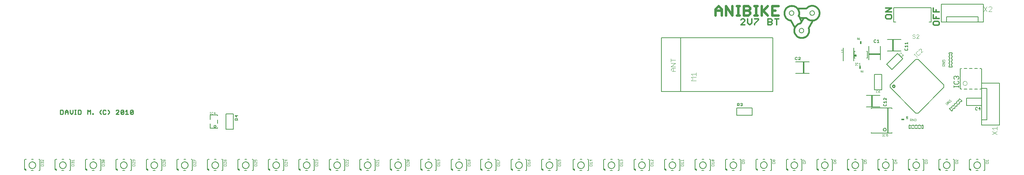
<source format=gto>
G75*
G70*
%OFA0B0*%
%FSLAX24Y24*%
%IPPOS*%
%LPD*%
%AMOC8*
5,1,8,0,0,1.08239X$1,22.5*
%
%ADD10C,0.0100*%
%ADD11C,0.0220*%
%ADD12C,0.0140*%
%ADD13C,0.0020*%
%ADD14C,0.0050*%
%ADD15C,0.0060*%
%ADD16C,0.0040*%
%ADD17C,0.0080*%
%ADD18R,0.0148X0.1100*%
%ADD19C,0.0030*%
%ADD20R,0.1100X0.0148*%
%ADD21C,0.0010*%
%ADD22R,0.0180X0.0300*%
%ADD23R,0.0300X0.0180*%
%ADD24C,0.0160*%
D10*
X004445Y011686D02*
X004645Y011686D01*
X004712Y011753D01*
X004712Y012020D01*
X004645Y012086D01*
X004445Y012086D01*
X004445Y011686D01*
X004906Y011686D02*
X004906Y011953D01*
X005039Y012086D01*
X005172Y011953D01*
X005172Y011686D01*
X005172Y011886D02*
X004906Y011886D01*
X005366Y011820D02*
X005499Y011686D01*
X005633Y011820D01*
X005633Y012086D01*
X005826Y012086D02*
X005960Y012086D01*
X005893Y012086D02*
X005893Y011686D01*
X005826Y011686D02*
X005960Y011686D01*
X006133Y011686D02*
X006333Y011686D01*
X006400Y011753D01*
X006400Y012020D01*
X006333Y012086D01*
X006133Y012086D01*
X006133Y011686D01*
X005366Y011820D02*
X005366Y012086D01*
X007054Y012086D02*
X007187Y011953D01*
X007321Y012086D01*
X007321Y011686D01*
X007514Y011686D02*
X007581Y011686D01*
X007581Y011753D01*
X007514Y011753D01*
X007514Y011686D01*
X007054Y011686D02*
X007054Y012086D01*
X008205Y011953D02*
X008338Y012086D01*
X008512Y012020D02*
X008512Y011753D01*
X008578Y011686D01*
X008712Y011686D01*
X008779Y011753D01*
X008972Y011686D02*
X009105Y011820D01*
X009105Y011953D01*
X008972Y012086D01*
X008779Y012020D02*
X008712Y012086D01*
X008578Y012086D01*
X008512Y012020D01*
X008205Y011953D02*
X008205Y011820D01*
X008338Y011686D01*
X009739Y011686D02*
X010006Y011953D01*
X010006Y012020D01*
X009939Y012086D01*
X009806Y012086D01*
X009739Y012020D01*
X010200Y012020D02*
X010266Y012086D01*
X010400Y012086D01*
X010466Y012020D01*
X010200Y011753D01*
X010266Y011686D01*
X010400Y011686D01*
X010466Y011753D01*
X010466Y012020D01*
X010660Y011953D02*
X010793Y012086D01*
X010793Y011686D01*
X010660Y011686D02*
X010927Y011686D01*
X011120Y011753D02*
X011387Y012020D01*
X011387Y011753D01*
X011320Y011686D01*
X011187Y011686D01*
X011120Y011753D01*
X011120Y012020D01*
X011187Y012086D01*
X011320Y012086D01*
X011387Y012020D01*
X010200Y012020D02*
X010200Y011753D01*
X010006Y011686D02*
X009739Y011686D01*
X083195Y012261D02*
X083195Y009911D01*
X083627Y014361D02*
X083629Y014381D01*
X083634Y014401D01*
X083644Y014419D01*
X083656Y014436D01*
X083671Y014450D01*
X083689Y014460D01*
X083708Y014468D01*
X083728Y014472D01*
X083748Y014472D01*
X083768Y014468D01*
X083787Y014460D01*
X083805Y014450D01*
X083820Y014436D01*
X083832Y014419D01*
X083842Y014401D01*
X083847Y014381D01*
X083849Y014361D01*
X083847Y014341D01*
X083842Y014321D01*
X083832Y014303D01*
X083820Y014286D01*
X083805Y014272D01*
X083787Y014262D01*
X083768Y014254D01*
X083748Y014250D01*
X083728Y014250D01*
X083708Y014254D01*
X083689Y014262D01*
X083671Y014272D01*
X083656Y014286D01*
X083644Y014303D01*
X083634Y014321D01*
X083629Y014341D01*
X083627Y014361D01*
D11*
X072764Y021131D02*
X072177Y021131D01*
X072177Y022012D01*
X072764Y022012D01*
X071751Y022012D02*
X071164Y021425D01*
X071311Y021571D02*
X071751Y021131D01*
X071164Y021131D02*
X071164Y022012D01*
X070783Y022012D02*
X070489Y022012D01*
X070636Y022012D02*
X070636Y021131D01*
X070489Y021131D02*
X070783Y021131D01*
X070063Y021278D02*
X069916Y021131D01*
X069476Y021131D01*
X069476Y022012D01*
X069916Y022012D01*
X070063Y021865D01*
X070063Y021718D01*
X069916Y021571D01*
X069476Y021571D01*
X069916Y021571D02*
X070063Y021425D01*
X070063Y021278D01*
X069094Y021131D02*
X068801Y021131D01*
X068948Y021131D02*
X068948Y022012D01*
X069094Y022012D02*
X068801Y022012D01*
X068375Y022012D02*
X068375Y021131D01*
X067788Y022012D01*
X067788Y021131D01*
X067362Y021131D02*
X067362Y021718D01*
X067069Y022012D01*
X066775Y021718D01*
X066775Y021131D01*
X066775Y021571D02*
X067362Y021571D01*
X072177Y021571D02*
X072471Y021571D01*
D12*
X072438Y020772D02*
X072811Y020772D01*
X072625Y020772D02*
X072625Y020211D01*
X072167Y020304D02*
X072074Y020211D01*
X071793Y020211D01*
X071793Y020772D01*
X072074Y020772D01*
X072167Y020678D01*
X072167Y020585D01*
X072074Y020491D01*
X071793Y020491D01*
X072074Y020491D02*
X072167Y020398D01*
X072167Y020304D01*
X070878Y020678D02*
X070504Y020304D01*
X070504Y020211D01*
X070233Y020398D02*
X070233Y020772D01*
X070504Y020772D02*
X070878Y020772D01*
X070878Y020678D01*
X069860Y020772D02*
X069860Y020398D01*
X070047Y020211D01*
X070233Y020398D01*
X069589Y020585D02*
X069215Y020211D01*
X069589Y020211D01*
X069589Y020585D02*
X069589Y020678D01*
X069495Y020772D01*
X069309Y020772D01*
X069215Y020678D01*
X082995Y020894D02*
X083088Y020801D01*
X083462Y020801D01*
X083555Y020894D01*
X083555Y021081D01*
X083462Y021175D01*
X083088Y021175D01*
X082995Y021081D01*
X082995Y020894D01*
X082995Y021446D02*
X083555Y021819D01*
X082995Y021819D01*
X082995Y021446D02*
X083555Y021446D01*
X087515Y021460D02*
X087515Y021834D01*
X087795Y021647D02*
X087795Y021460D01*
X088075Y021460D02*
X087515Y021460D01*
X087515Y021189D02*
X087515Y020816D01*
X088075Y020816D01*
X087795Y020816D02*
X087795Y021002D01*
X087982Y020545D02*
X087608Y020545D01*
X087515Y020451D01*
X087515Y020264D01*
X087608Y020171D01*
X087982Y020171D01*
X088075Y020264D01*
X088075Y020451D01*
X087982Y020545D01*
D13*
X088383Y016879D02*
X088383Y016733D01*
X088493Y016733D01*
X088456Y016806D01*
X088456Y016843D01*
X088493Y016879D01*
X088566Y016879D01*
X088603Y016843D01*
X088603Y016769D01*
X088566Y016733D01*
X088603Y016658D02*
X088383Y016658D01*
X088383Y016512D02*
X088603Y016658D01*
X088603Y016512D02*
X088383Y016512D01*
X088419Y016437D02*
X088493Y016437D01*
X088529Y016401D01*
X088529Y016291D01*
X088529Y016364D02*
X088603Y016437D01*
X088603Y016291D02*
X088383Y016291D01*
X088383Y016401D01*
X088419Y016437D01*
X090329Y014642D02*
X090331Y014669D01*
X090337Y014696D01*
X090346Y014722D01*
X090359Y014746D01*
X090375Y014769D01*
X090394Y014788D01*
X090416Y014805D01*
X090440Y014819D01*
X090465Y014829D01*
X090492Y014836D01*
X090519Y014839D01*
X090547Y014838D01*
X090574Y014833D01*
X090600Y014825D01*
X090624Y014813D01*
X090647Y014797D01*
X090668Y014779D01*
X090685Y014758D01*
X090700Y014734D01*
X090711Y014709D01*
X090719Y014683D01*
X090723Y014656D01*
X090723Y014628D01*
X090719Y014601D01*
X090711Y014575D01*
X090700Y014550D01*
X090685Y014526D01*
X090668Y014505D01*
X090647Y014487D01*
X090625Y014471D01*
X090600Y014459D01*
X090574Y014451D01*
X090547Y014446D01*
X090519Y014445D01*
X090492Y014448D01*
X090465Y014455D01*
X090440Y014465D01*
X090416Y014479D01*
X090394Y014496D01*
X090375Y014515D01*
X090359Y014538D01*
X090346Y014562D01*
X090337Y014588D01*
X090331Y014615D01*
X090329Y014642D01*
X089253Y012984D02*
X089149Y012881D01*
X089201Y012933D02*
X089046Y013088D01*
X089046Y012984D01*
X088941Y012984D02*
X089097Y012828D01*
X088837Y012880D01*
X088993Y012724D01*
X088941Y012672D02*
X088837Y012672D01*
X088863Y012698D02*
X088785Y012620D01*
X088837Y012568D02*
X088681Y012724D01*
X088759Y012802D01*
X088811Y012802D01*
X088863Y012750D01*
X088863Y012698D01*
X085893Y011227D02*
X085893Y011190D01*
X085857Y011154D01*
X085893Y011117D01*
X085893Y011080D01*
X085857Y011044D01*
X085783Y011044D01*
X085747Y011080D01*
X085672Y011044D02*
X085672Y011264D01*
X085747Y011227D02*
X085783Y011264D01*
X085857Y011264D01*
X085893Y011227D01*
X085857Y011154D02*
X085820Y011154D01*
X085672Y011044D02*
X085526Y011264D01*
X085526Y011044D01*
X085451Y011044D02*
X085378Y011117D01*
X085415Y011117D02*
X085305Y011117D01*
X085305Y011044D02*
X085305Y011264D01*
X085415Y011264D01*
X085451Y011227D01*
X085451Y011154D01*
X085415Y011117D01*
X083181Y009801D02*
X083034Y009801D01*
X083034Y009691D01*
X083108Y009728D01*
X083144Y009728D01*
X083181Y009691D01*
X083181Y009618D01*
X083144Y009581D01*
X083071Y009581D01*
X083034Y009618D01*
X082960Y009618D02*
X082923Y009581D01*
X082850Y009581D01*
X082813Y009618D01*
X082813Y009765D01*
X082850Y009801D01*
X082923Y009801D01*
X082960Y009765D01*
X082739Y009801D02*
X082666Y009801D01*
X082703Y009801D02*
X082703Y009581D01*
X082739Y009581D02*
X082666Y009581D01*
X083815Y007320D02*
X083925Y007210D01*
X083925Y007357D01*
X084035Y007320D02*
X083815Y007320D01*
X083852Y007136D02*
X083815Y007099D01*
X083815Y006989D01*
X084035Y006989D01*
X084035Y007099D01*
X083999Y007136D01*
X083852Y007136D01*
X081135Y007099D02*
X081099Y007136D01*
X080952Y007136D01*
X080915Y007099D01*
X080915Y006989D01*
X081135Y006989D01*
X081135Y007099D01*
X081099Y007210D02*
X081135Y007247D01*
X081135Y007320D01*
X081099Y007357D01*
X081025Y007357D01*
X080988Y007320D01*
X080988Y007284D01*
X081025Y007210D01*
X080915Y007210D01*
X080915Y007357D01*
X078235Y007320D02*
X078199Y007357D01*
X078162Y007357D01*
X078125Y007320D01*
X078125Y007210D01*
X078199Y007210D01*
X078235Y007247D01*
X078235Y007320D01*
X078125Y007210D02*
X078052Y007284D01*
X078015Y007357D01*
X078052Y007136D02*
X078015Y007099D01*
X078015Y006989D01*
X078235Y006989D01*
X078235Y007099D01*
X078199Y007136D01*
X078052Y007136D01*
X075335Y007099D02*
X075299Y007136D01*
X075152Y007136D01*
X075115Y007099D01*
X075115Y006989D01*
X075335Y006989D01*
X075335Y007099D01*
X075335Y007210D02*
X075299Y007210D01*
X075152Y007357D01*
X075115Y007357D01*
X075115Y007210D01*
X072435Y007257D02*
X072399Y007220D01*
X072362Y007220D01*
X072325Y007257D01*
X072325Y007330D01*
X072362Y007367D01*
X072399Y007367D01*
X072435Y007330D01*
X072435Y007257D01*
X072325Y007257D02*
X072288Y007220D01*
X072252Y007220D01*
X072215Y007257D01*
X072215Y007330D01*
X072252Y007367D01*
X072288Y007367D01*
X072325Y007330D01*
X072252Y007146D02*
X072215Y007109D01*
X072215Y006999D01*
X072435Y006999D01*
X072435Y007109D01*
X072399Y007146D01*
X072252Y007146D01*
X069535Y007099D02*
X069499Y007136D01*
X069352Y007136D01*
X069315Y007099D01*
X069315Y006989D01*
X069535Y006989D01*
X069535Y007099D01*
X069499Y007210D02*
X069535Y007247D01*
X069535Y007320D01*
X069499Y007357D01*
X069352Y007357D01*
X069315Y007320D01*
X069315Y007247D01*
X069352Y007210D01*
X069388Y007210D01*
X069425Y007247D01*
X069425Y007357D01*
X066635Y007320D02*
X066635Y007247D01*
X066599Y007210D01*
X066452Y007357D01*
X066599Y007357D01*
X066635Y007320D01*
X066599Y007210D02*
X066452Y007210D01*
X066415Y007247D01*
X066415Y007320D01*
X066452Y007357D01*
X066635Y007136D02*
X066635Y006989D01*
X066635Y007063D02*
X066415Y007063D01*
X066488Y006989D01*
X066452Y006915D02*
X066415Y006878D01*
X066415Y006768D01*
X066635Y006768D01*
X066635Y006878D01*
X066599Y006915D01*
X066452Y006915D01*
X063735Y006878D02*
X063699Y006915D01*
X063552Y006915D01*
X063515Y006878D01*
X063515Y006768D01*
X063735Y006768D01*
X063735Y006878D01*
X063735Y006989D02*
X063735Y007136D01*
X063735Y007063D02*
X063515Y007063D01*
X063588Y006989D01*
X063588Y007210D02*
X063515Y007284D01*
X063735Y007284D01*
X063735Y007357D02*
X063735Y007210D01*
X060835Y007210D02*
X060688Y007357D01*
X060652Y007357D01*
X060615Y007320D01*
X060615Y007247D01*
X060652Y007210D01*
X060615Y007063D02*
X060835Y007063D01*
X060835Y007136D02*
X060835Y006989D01*
X060799Y006915D02*
X060652Y006915D01*
X060615Y006878D01*
X060615Y006768D01*
X060835Y006768D01*
X060835Y006878D01*
X060799Y006915D01*
X060688Y006989D02*
X060615Y007063D01*
X060835Y007210D02*
X060835Y007357D01*
X057935Y007320D02*
X057935Y007247D01*
X057899Y007210D01*
X057935Y007136D02*
X057935Y006989D01*
X057935Y007063D02*
X057715Y007063D01*
X057788Y006989D01*
X057752Y006915D02*
X057715Y006878D01*
X057715Y006768D01*
X057935Y006768D01*
X057935Y006878D01*
X057899Y006915D01*
X057752Y006915D01*
X057752Y007210D02*
X057715Y007247D01*
X057715Y007320D01*
X057752Y007357D01*
X057788Y007357D01*
X057825Y007320D01*
X057862Y007357D01*
X057899Y007357D01*
X057935Y007320D01*
X057825Y007320D02*
X057825Y007284D01*
X055035Y007320D02*
X054815Y007320D01*
X054925Y007210D01*
X054925Y007357D01*
X055035Y007136D02*
X055035Y006989D01*
X055035Y007063D02*
X054815Y007063D01*
X054888Y006989D01*
X054852Y006915D02*
X054815Y006878D01*
X054815Y006768D01*
X055035Y006768D01*
X055035Y006878D01*
X054999Y006915D01*
X054852Y006915D01*
X052035Y006878D02*
X051999Y006915D01*
X051852Y006915D01*
X051815Y006878D01*
X051815Y006768D01*
X052035Y006768D01*
X052035Y006878D01*
X052035Y006989D02*
X052035Y007136D01*
X052035Y007063D02*
X051815Y007063D01*
X051888Y006989D01*
X051925Y007210D02*
X051888Y007284D01*
X051888Y007320D01*
X051925Y007357D01*
X051999Y007357D01*
X052035Y007320D01*
X052035Y007247D01*
X051999Y007210D01*
X051925Y007210D02*
X051815Y007210D01*
X051815Y007357D01*
X049135Y007320D02*
X049099Y007357D01*
X049062Y007357D01*
X049025Y007320D01*
X049025Y007210D01*
X049099Y007210D01*
X049135Y007247D01*
X049135Y007320D01*
X049025Y007210D02*
X048952Y007284D01*
X048915Y007357D01*
X048915Y007063D02*
X049135Y007063D01*
X049135Y007136D02*
X049135Y006989D01*
X049099Y006915D02*
X048952Y006915D01*
X048915Y006878D01*
X048915Y006768D01*
X049135Y006768D01*
X049135Y006878D01*
X049099Y006915D01*
X048988Y006989D02*
X048915Y007063D01*
X046235Y007063D02*
X046015Y007063D01*
X046088Y006989D01*
X046052Y006915D02*
X046015Y006878D01*
X046015Y006768D01*
X046235Y006768D01*
X046235Y006878D01*
X046199Y006915D01*
X046052Y006915D01*
X046235Y006989D02*
X046235Y007136D01*
X046235Y007210D02*
X046199Y007210D01*
X046052Y007357D01*
X046015Y007357D01*
X046015Y007210D01*
X043435Y007247D02*
X043399Y007210D01*
X043362Y007210D01*
X043325Y007247D01*
X043325Y007320D01*
X043362Y007357D01*
X043399Y007357D01*
X043435Y007320D01*
X043435Y007247D01*
X043325Y007247D02*
X043288Y007210D01*
X043252Y007210D01*
X043215Y007247D01*
X043215Y007320D01*
X043252Y007357D01*
X043288Y007357D01*
X043325Y007320D01*
X043435Y007136D02*
X043435Y006989D01*
X043435Y007063D02*
X043215Y007063D01*
X043288Y006989D01*
X043252Y006915D02*
X043215Y006878D01*
X043215Y006768D01*
X043435Y006768D01*
X043435Y006878D01*
X043399Y006915D01*
X043252Y006915D01*
X040535Y006878D02*
X040499Y006915D01*
X040352Y006915D01*
X040315Y006878D01*
X040315Y006768D01*
X040535Y006768D01*
X040535Y006878D01*
X040535Y006989D02*
X040535Y007136D01*
X040535Y007063D02*
X040315Y007063D01*
X040388Y006989D01*
X040388Y007210D02*
X040425Y007247D01*
X040425Y007357D01*
X040352Y007357D02*
X040315Y007320D01*
X040315Y007247D01*
X040352Y007210D01*
X040388Y007210D01*
X040499Y007210D02*
X040535Y007247D01*
X040535Y007320D01*
X040499Y007357D01*
X040352Y007357D01*
X037635Y007320D02*
X037635Y007247D01*
X037599Y007210D01*
X037452Y007357D01*
X037599Y007357D01*
X037635Y007320D01*
X037599Y007210D02*
X037452Y007210D01*
X037415Y007247D01*
X037415Y007320D01*
X037452Y007357D01*
X037452Y007136D02*
X037415Y007099D01*
X037415Y007026D01*
X037452Y006989D01*
X037452Y006915D02*
X037415Y006878D01*
X037415Y006768D01*
X037635Y006768D01*
X037635Y006878D01*
X037599Y006915D01*
X037452Y006915D01*
X037635Y006989D02*
X037488Y007136D01*
X037452Y007136D01*
X037635Y007136D02*
X037635Y006989D01*
X034735Y006989D02*
X034588Y007136D01*
X034552Y007136D01*
X034515Y007099D01*
X034515Y007026D01*
X034552Y006989D01*
X034552Y006915D02*
X034515Y006878D01*
X034515Y006768D01*
X034735Y006768D01*
X034735Y006878D01*
X034699Y006915D01*
X034552Y006915D01*
X034735Y006989D02*
X034735Y007136D01*
X034735Y007210D02*
X034735Y007357D01*
X034735Y007284D02*
X034515Y007284D01*
X034588Y007210D01*
X031835Y007210D02*
X031688Y007357D01*
X031652Y007357D01*
X031615Y007320D01*
X031615Y007247D01*
X031652Y007210D01*
X031652Y007136D02*
X031615Y007099D01*
X031615Y007026D01*
X031652Y006989D01*
X031652Y006915D02*
X031615Y006878D01*
X031615Y006768D01*
X031835Y006768D01*
X031835Y006878D01*
X031799Y006915D01*
X031652Y006915D01*
X031835Y006989D02*
X031688Y007136D01*
X031652Y007136D01*
X031835Y007136D02*
X031835Y006989D01*
X031835Y007210D02*
X031835Y007357D01*
X028935Y007320D02*
X028935Y007247D01*
X028899Y007210D01*
X028935Y007136D02*
X028935Y006989D01*
X028788Y007136D01*
X028752Y007136D01*
X028715Y007099D01*
X028715Y007026D01*
X028752Y006989D01*
X028752Y006915D02*
X028715Y006878D01*
X028715Y006768D01*
X028935Y006768D01*
X028935Y006878D01*
X028899Y006915D01*
X028752Y006915D01*
X028752Y007210D02*
X028715Y007247D01*
X028715Y007320D01*
X028752Y007357D01*
X028788Y007357D01*
X028825Y007320D01*
X028862Y007357D01*
X028899Y007357D01*
X028935Y007320D01*
X028825Y007320D02*
X028825Y007284D01*
X026035Y007320D02*
X025815Y007320D01*
X025925Y007210D01*
X025925Y007357D01*
X025888Y007136D02*
X025852Y007136D01*
X025815Y007099D01*
X025815Y007026D01*
X025852Y006989D01*
X025852Y006915D02*
X025815Y006878D01*
X025815Y006768D01*
X026035Y006768D01*
X026035Y006878D01*
X025999Y006915D01*
X025852Y006915D01*
X026035Y006989D02*
X025888Y007136D01*
X026035Y007136D02*
X026035Y006989D01*
X023135Y006989D02*
X022988Y007136D01*
X022952Y007136D01*
X022915Y007099D01*
X022915Y007026D01*
X022952Y006989D01*
X022952Y006915D02*
X022915Y006878D01*
X022915Y006768D01*
X023135Y006768D01*
X023135Y006878D01*
X023099Y006915D01*
X022952Y006915D01*
X023135Y006989D02*
X023135Y007136D01*
X023099Y007210D02*
X023135Y007247D01*
X023135Y007320D01*
X023099Y007357D01*
X023025Y007357D01*
X022988Y007320D01*
X022988Y007284D01*
X023025Y007210D01*
X022915Y007210D01*
X022915Y007357D01*
X020235Y007320D02*
X020199Y007357D01*
X020162Y007357D01*
X020125Y007320D01*
X020125Y007210D01*
X020199Y007210D01*
X020235Y007247D01*
X020235Y007320D01*
X020125Y007210D02*
X020052Y007284D01*
X020015Y007357D01*
X020052Y007136D02*
X020015Y007099D01*
X020015Y007026D01*
X020052Y006989D01*
X020052Y006915D02*
X020015Y006878D01*
X020015Y006768D01*
X020235Y006768D01*
X020235Y006878D01*
X020199Y006915D01*
X020052Y006915D01*
X020235Y006989D02*
X020088Y007136D01*
X020052Y007136D01*
X020235Y007136D02*
X020235Y006989D01*
X017335Y006989D02*
X017188Y007136D01*
X017152Y007136D01*
X017115Y007099D01*
X017115Y007026D01*
X017152Y006989D01*
X017152Y006915D02*
X017115Y006878D01*
X017115Y006768D01*
X017335Y006768D01*
X017335Y006878D01*
X017299Y006915D01*
X017152Y006915D01*
X017335Y006989D02*
X017335Y007136D01*
X017335Y007210D02*
X017299Y007210D01*
X017152Y007357D01*
X017115Y007357D01*
X017115Y007210D01*
X014435Y007247D02*
X014399Y007210D01*
X014362Y007210D01*
X014325Y007247D01*
X014325Y007320D01*
X014362Y007357D01*
X014399Y007357D01*
X014435Y007320D01*
X014435Y007247D01*
X014325Y007247D02*
X014288Y007210D01*
X014252Y007210D01*
X014215Y007247D01*
X014215Y007320D01*
X014252Y007357D01*
X014288Y007357D01*
X014325Y007320D01*
X014288Y007136D02*
X014252Y007136D01*
X014215Y007099D01*
X014215Y007026D01*
X014252Y006989D01*
X014252Y006915D02*
X014215Y006878D01*
X014215Y006768D01*
X014435Y006768D01*
X014435Y006878D01*
X014399Y006915D01*
X014252Y006915D01*
X014435Y006989D02*
X014288Y007136D01*
X014435Y007136D02*
X014435Y006989D01*
X011535Y006989D02*
X011388Y007136D01*
X011352Y007136D01*
X011315Y007099D01*
X011315Y007026D01*
X011352Y006989D01*
X011352Y006915D02*
X011315Y006878D01*
X011315Y006768D01*
X011535Y006768D01*
X011535Y006878D01*
X011499Y006915D01*
X011352Y006915D01*
X011535Y006989D02*
X011535Y007136D01*
X011499Y007210D02*
X011535Y007247D01*
X011535Y007320D01*
X011499Y007357D01*
X011352Y007357D01*
X011315Y007320D01*
X011315Y007247D01*
X011352Y007210D01*
X011388Y007210D01*
X011425Y007247D01*
X011425Y007357D01*
X008635Y007320D02*
X008635Y007247D01*
X008599Y007210D01*
X008452Y007357D01*
X008599Y007357D01*
X008635Y007320D01*
X008599Y007210D02*
X008452Y007210D01*
X008415Y007247D01*
X008415Y007320D01*
X008452Y007357D01*
X008452Y007136D02*
X008488Y007136D01*
X008525Y007099D01*
X008562Y007136D01*
X008599Y007136D01*
X008635Y007099D01*
X008635Y007026D01*
X008599Y006989D01*
X008599Y006915D02*
X008452Y006915D01*
X008415Y006878D01*
X008415Y006768D01*
X008635Y006768D01*
X008635Y006878D01*
X008599Y006915D01*
X008452Y006989D02*
X008415Y007026D01*
X008415Y007099D01*
X008452Y007136D01*
X008525Y007099D02*
X008525Y007063D01*
X005735Y007099D02*
X005735Y007026D01*
X005699Y006989D01*
X005699Y006915D02*
X005552Y006915D01*
X005515Y006878D01*
X005515Y006768D01*
X005735Y006768D01*
X005735Y006878D01*
X005699Y006915D01*
X005552Y006989D02*
X005515Y007026D01*
X005515Y007099D01*
X005552Y007136D01*
X005588Y007136D01*
X005625Y007099D01*
X005662Y007136D01*
X005699Y007136D01*
X005735Y007099D01*
X005625Y007099D02*
X005625Y007063D01*
X005588Y007210D02*
X005515Y007284D01*
X005735Y007284D01*
X005735Y007357D02*
X005735Y007210D01*
X002835Y007210D02*
X002688Y007357D01*
X002652Y007357D01*
X002615Y007320D01*
X002615Y007247D01*
X002652Y007210D01*
X002652Y007136D02*
X002688Y007136D01*
X002725Y007099D01*
X002762Y007136D01*
X002799Y007136D01*
X002835Y007099D01*
X002835Y007026D01*
X002799Y006989D01*
X002799Y006915D02*
X002652Y006915D01*
X002615Y006878D01*
X002615Y006768D01*
X002835Y006768D01*
X002835Y006878D01*
X002799Y006915D01*
X002652Y006989D02*
X002615Y007026D01*
X002615Y007099D01*
X002652Y007136D01*
X002725Y007099D02*
X002725Y007063D01*
X002835Y007210D02*
X002835Y007357D01*
X018682Y011680D02*
X018756Y011680D01*
X018719Y011680D02*
X018719Y011901D01*
X018682Y011901D02*
X018756Y011901D01*
X018829Y011864D02*
X018829Y011717D01*
X018866Y011680D01*
X018940Y011680D01*
X018976Y011717D01*
X019050Y011790D02*
X019197Y011790D01*
X019161Y011680D02*
X019161Y011901D01*
X019050Y011790D01*
X018976Y011864D02*
X018940Y011901D01*
X018866Y011901D01*
X018829Y011864D01*
X080065Y016350D02*
X080139Y016350D01*
X080102Y016350D02*
X080102Y016570D01*
X080065Y016570D02*
X080139Y016570D01*
X080212Y016533D02*
X080212Y016387D01*
X080249Y016350D01*
X080323Y016350D01*
X080359Y016387D01*
X080433Y016350D02*
X080580Y016350D01*
X080507Y016350D02*
X080507Y016570D01*
X080433Y016497D01*
X080359Y016533D02*
X080323Y016570D01*
X080249Y016570D01*
X080212Y016533D01*
X086752Y007357D02*
X086788Y007357D01*
X086825Y007320D01*
X086862Y007357D01*
X086899Y007357D01*
X086935Y007320D01*
X086935Y007247D01*
X086899Y007210D01*
X086899Y007136D02*
X086752Y007136D01*
X086715Y007099D01*
X086715Y006989D01*
X086935Y006989D01*
X086935Y007099D01*
X086899Y007136D01*
X086752Y007210D02*
X086715Y007247D01*
X086715Y007320D01*
X086752Y007357D01*
X086825Y007320D02*
X086825Y007284D01*
X089615Y007320D02*
X089615Y007247D01*
X089652Y007210D01*
X089652Y007136D02*
X089615Y007099D01*
X089615Y006989D01*
X089835Y006989D01*
X089835Y007099D01*
X089799Y007136D01*
X089652Y007136D01*
X089615Y007320D02*
X089652Y007357D01*
X089688Y007357D01*
X089835Y007210D01*
X089835Y007357D01*
X092515Y007284D02*
X092588Y007210D01*
X092552Y007136D02*
X092515Y007099D01*
X092515Y006989D01*
X092735Y006989D01*
X092735Y007099D01*
X092699Y007136D01*
X092552Y007136D01*
X092515Y007284D02*
X092735Y007284D01*
X092735Y007357D02*
X092735Y007210D01*
D14*
X001175Y006309D02*
X001057Y006427D01*
X001057Y006447D01*
X001195Y006447D01*
X001195Y006329D01*
X001097Y006427D01*
X001136Y006427D01*
X001156Y006408D01*
X001156Y006427D01*
X001057Y006447D02*
X001057Y007333D01*
X001097Y007372D01*
X001215Y007372D01*
X001726Y007372D02*
X001884Y007372D01*
X002396Y007372D02*
X002474Y007372D01*
X002514Y007333D01*
X002514Y006349D01*
X002474Y006309D01*
X002396Y006309D01*
X001884Y006309D02*
X001687Y006309D01*
X001466Y006821D02*
X001468Y006856D01*
X001474Y006891D01*
X001483Y006925D01*
X001497Y006958D01*
X001513Y006989D01*
X001533Y007018D01*
X001557Y007044D01*
X001583Y007068D01*
X001611Y007089D01*
X001642Y007107D01*
X001674Y007121D01*
X001707Y007131D01*
X001742Y007138D01*
X001777Y007141D01*
X001812Y007140D01*
X001847Y007135D01*
X001882Y007126D01*
X001915Y007114D01*
X001946Y007098D01*
X001976Y007079D01*
X002003Y007056D01*
X002027Y007031D01*
X002049Y007003D01*
X002067Y006973D01*
X002082Y006941D01*
X002094Y006908D01*
X002102Y006874D01*
X002106Y006839D01*
X002106Y006803D01*
X002102Y006768D01*
X002094Y006734D01*
X002082Y006701D01*
X002067Y006669D01*
X002049Y006639D01*
X002027Y006611D01*
X002003Y006586D01*
X001976Y006563D01*
X001946Y006544D01*
X001915Y006528D01*
X001882Y006516D01*
X001847Y006507D01*
X001812Y006502D01*
X001777Y006501D01*
X001742Y006504D01*
X001707Y006511D01*
X001674Y006521D01*
X001642Y006535D01*
X001611Y006553D01*
X001583Y006574D01*
X001557Y006598D01*
X001533Y006624D01*
X001513Y006653D01*
X001497Y006684D01*
X001483Y006717D01*
X001474Y006751D01*
X001468Y006786D01*
X001466Y006821D01*
X003957Y006447D02*
X004095Y006447D01*
X004095Y006329D01*
X003997Y006427D01*
X004036Y006427D01*
X004056Y006408D01*
X004056Y006427D01*
X003957Y006427D02*
X004075Y006309D01*
X003957Y006427D02*
X003957Y006447D01*
X003957Y007333D01*
X003997Y007372D01*
X004115Y007372D01*
X004626Y007372D02*
X004784Y007372D01*
X005296Y007372D02*
X005374Y007372D01*
X005414Y007333D01*
X005414Y006349D01*
X005374Y006309D01*
X005296Y006309D01*
X004784Y006309D02*
X004587Y006309D01*
X004366Y006821D02*
X004368Y006856D01*
X004374Y006891D01*
X004383Y006925D01*
X004397Y006958D01*
X004413Y006989D01*
X004433Y007018D01*
X004457Y007044D01*
X004483Y007068D01*
X004511Y007089D01*
X004542Y007107D01*
X004574Y007121D01*
X004607Y007131D01*
X004642Y007138D01*
X004677Y007141D01*
X004712Y007140D01*
X004747Y007135D01*
X004782Y007126D01*
X004815Y007114D01*
X004846Y007098D01*
X004876Y007079D01*
X004903Y007056D01*
X004927Y007031D01*
X004949Y007003D01*
X004967Y006973D01*
X004982Y006941D01*
X004994Y006908D01*
X005002Y006874D01*
X005006Y006839D01*
X005006Y006803D01*
X005002Y006768D01*
X004994Y006734D01*
X004982Y006701D01*
X004967Y006669D01*
X004949Y006639D01*
X004927Y006611D01*
X004903Y006586D01*
X004876Y006563D01*
X004846Y006544D01*
X004815Y006528D01*
X004782Y006516D01*
X004747Y006507D01*
X004712Y006502D01*
X004677Y006501D01*
X004642Y006504D01*
X004607Y006511D01*
X004574Y006521D01*
X004542Y006535D01*
X004511Y006553D01*
X004483Y006574D01*
X004457Y006598D01*
X004433Y006624D01*
X004413Y006653D01*
X004397Y006684D01*
X004383Y006717D01*
X004374Y006751D01*
X004368Y006786D01*
X004366Y006821D01*
X006857Y006447D02*
X006995Y006447D01*
X006995Y006329D01*
X006897Y006427D01*
X006936Y006427D01*
X006956Y006408D01*
X006956Y006427D01*
X006857Y006427D02*
X006975Y006309D01*
X006857Y006427D02*
X006857Y006447D01*
X006857Y007333D01*
X006897Y007372D01*
X007015Y007372D01*
X007526Y007372D02*
X007684Y007372D01*
X008196Y007372D02*
X008274Y007372D01*
X008314Y007333D01*
X008314Y006349D01*
X008274Y006309D01*
X008196Y006309D01*
X007684Y006309D02*
X007487Y006309D01*
X007266Y006821D02*
X007268Y006856D01*
X007274Y006891D01*
X007283Y006925D01*
X007297Y006958D01*
X007313Y006989D01*
X007333Y007018D01*
X007357Y007044D01*
X007383Y007068D01*
X007411Y007089D01*
X007442Y007107D01*
X007474Y007121D01*
X007507Y007131D01*
X007542Y007138D01*
X007577Y007141D01*
X007612Y007140D01*
X007647Y007135D01*
X007682Y007126D01*
X007715Y007114D01*
X007746Y007098D01*
X007776Y007079D01*
X007803Y007056D01*
X007827Y007031D01*
X007849Y007003D01*
X007867Y006973D01*
X007882Y006941D01*
X007894Y006908D01*
X007902Y006874D01*
X007906Y006839D01*
X007906Y006803D01*
X007902Y006768D01*
X007894Y006734D01*
X007882Y006701D01*
X007867Y006669D01*
X007849Y006639D01*
X007827Y006611D01*
X007803Y006586D01*
X007776Y006563D01*
X007746Y006544D01*
X007715Y006528D01*
X007682Y006516D01*
X007647Y006507D01*
X007612Y006502D01*
X007577Y006501D01*
X007542Y006504D01*
X007507Y006511D01*
X007474Y006521D01*
X007442Y006535D01*
X007411Y006553D01*
X007383Y006574D01*
X007357Y006598D01*
X007333Y006624D01*
X007313Y006653D01*
X007297Y006684D01*
X007283Y006717D01*
X007274Y006751D01*
X007268Y006786D01*
X007266Y006821D01*
X009757Y006447D02*
X009895Y006447D01*
X009895Y006329D01*
X009797Y006427D01*
X009836Y006427D01*
X009856Y006408D01*
X009856Y006427D01*
X009757Y006427D02*
X009875Y006309D01*
X009757Y006427D02*
X009757Y006447D01*
X009757Y007333D01*
X009797Y007372D01*
X009915Y007372D01*
X010426Y007372D02*
X010584Y007372D01*
X011096Y007372D02*
X011174Y007372D01*
X011214Y007333D01*
X011214Y006349D01*
X011174Y006309D01*
X011096Y006309D01*
X010584Y006309D02*
X010387Y006309D01*
X010166Y006821D02*
X010168Y006856D01*
X010174Y006891D01*
X010183Y006925D01*
X010197Y006958D01*
X010213Y006989D01*
X010233Y007018D01*
X010257Y007044D01*
X010283Y007068D01*
X010311Y007089D01*
X010342Y007107D01*
X010374Y007121D01*
X010407Y007131D01*
X010442Y007138D01*
X010477Y007141D01*
X010512Y007140D01*
X010547Y007135D01*
X010582Y007126D01*
X010615Y007114D01*
X010646Y007098D01*
X010676Y007079D01*
X010703Y007056D01*
X010727Y007031D01*
X010749Y007003D01*
X010767Y006973D01*
X010782Y006941D01*
X010794Y006908D01*
X010802Y006874D01*
X010806Y006839D01*
X010806Y006803D01*
X010802Y006768D01*
X010794Y006734D01*
X010782Y006701D01*
X010767Y006669D01*
X010749Y006639D01*
X010727Y006611D01*
X010703Y006586D01*
X010676Y006563D01*
X010646Y006544D01*
X010615Y006528D01*
X010582Y006516D01*
X010547Y006507D01*
X010512Y006502D01*
X010477Y006501D01*
X010442Y006504D01*
X010407Y006511D01*
X010374Y006521D01*
X010342Y006535D01*
X010311Y006553D01*
X010283Y006574D01*
X010257Y006598D01*
X010233Y006624D01*
X010213Y006653D01*
X010197Y006684D01*
X010183Y006717D01*
X010174Y006751D01*
X010168Y006786D01*
X010166Y006821D01*
X012657Y006447D02*
X012795Y006447D01*
X012795Y006329D01*
X012697Y006427D01*
X012736Y006427D01*
X012756Y006408D01*
X012756Y006427D01*
X012657Y006427D02*
X012775Y006309D01*
X012657Y006427D02*
X012657Y006447D01*
X012657Y007333D01*
X012697Y007372D01*
X012815Y007372D01*
X013326Y007372D02*
X013484Y007372D01*
X013996Y007372D02*
X014074Y007372D01*
X014114Y007333D01*
X014114Y006349D01*
X014074Y006309D01*
X013996Y006309D01*
X013484Y006309D02*
X013287Y006309D01*
X013066Y006821D02*
X013068Y006856D01*
X013074Y006891D01*
X013083Y006925D01*
X013097Y006958D01*
X013113Y006989D01*
X013133Y007018D01*
X013157Y007044D01*
X013183Y007068D01*
X013211Y007089D01*
X013242Y007107D01*
X013274Y007121D01*
X013307Y007131D01*
X013342Y007138D01*
X013377Y007141D01*
X013412Y007140D01*
X013447Y007135D01*
X013482Y007126D01*
X013515Y007114D01*
X013546Y007098D01*
X013576Y007079D01*
X013603Y007056D01*
X013627Y007031D01*
X013649Y007003D01*
X013667Y006973D01*
X013682Y006941D01*
X013694Y006908D01*
X013702Y006874D01*
X013706Y006839D01*
X013706Y006803D01*
X013702Y006768D01*
X013694Y006734D01*
X013682Y006701D01*
X013667Y006669D01*
X013649Y006639D01*
X013627Y006611D01*
X013603Y006586D01*
X013576Y006563D01*
X013546Y006544D01*
X013515Y006528D01*
X013482Y006516D01*
X013447Y006507D01*
X013412Y006502D01*
X013377Y006501D01*
X013342Y006504D01*
X013307Y006511D01*
X013274Y006521D01*
X013242Y006535D01*
X013211Y006553D01*
X013183Y006574D01*
X013157Y006598D01*
X013133Y006624D01*
X013113Y006653D01*
X013097Y006684D01*
X013083Y006717D01*
X013074Y006751D01*
X013068Y006786D01*
X013066Y006821D01*
X015557Y006447D02*
X015695Y006447D01*
X015695Y006329D01*
X015597Y006427D01*
X015636Y006427D01*
X015656Y006408D01*
X015656Y006427D01*
X015557Y006427D02*
X015675Y006309D01*
X015557Y006427D02*
X015557Y006447D01*
X015557Y007333D01*
X015597Y007372D01*
X015715Y007372D01*
X016226Y007372D02*
X016384Y007372D01*
X016896Y007372D02*
X016974Y007372D01*
X017014Y007333D01*
X017014Y006349D01*
X016974Y006309D01*
X016896Y006309D01*
X016384Y006309D02*
X016187Y006309D01*
X015966Y006821D02*
X015968Y006856D01*
X015974Y006891D01*
X015983Y006925D01*
X015997Y006958D01*
X016013Y006989D01*
X016033Y007018D01*
X016057Y007044D01*
X016083Y007068D01*
X016111Y007089D01*
X016142Y007107D01*
X016174Y007121D01*
X016207Y007131D01*
X016242Y007138D01*
X016277Y007141D01*
X016312Y007140D01*
X016347Y007135D01*
X016382Y007126D01*
X016415Y007114D01*
X016446Y007098D01*
X016476Y007079D01*
X016503Y007056D01*
X016527Y007031D01*
X016549Y007003D01*
X016567Y006973D01*
X016582Y006941D01*
X016594Y006908D01*
X016602Y006874D01*
X016606Y006839D01*
X016606Y006803D01*
X016602Y006768D01*
X016594Y006734D01*
X016582Y006701D01*
X016567Y006669D01*
X016549Y006639D01*
X016527Y006611D01*
X016503Y006586D01*
X016476Y006563D01*
X016446Y006544D01*
X016415Y006528D01*
X016382Y006516D01*
X016347Y006507D01*
X016312Y006502D01*
X016277Y006501D01*
X016242Y006504D01*
X016207Y006511D01*
X016174Y006521D01*
X016142Y006535D01*
X016111Y006553D01*
X016083Y006574D01*
X016057Y006598D01*
X016033Y006624D01*
X016013Y006653D01*
X015997Y006684D01*
X015983Y006717D01*
X015974Y006751D01*
X015968Y006786D01*
X015966Y006821D01*
X018457Y006447D02*
X018595Y006447D01*
X018595Y006329D01*
X018497Y006427D01*
X018536Y006427D01*
X018556Y006408D01*
X018556Y006427D01*
X018457Y006427D02*
X018575Y006309D01*
X018457Y006427D02*
X018457Y006447D01*
X018457Y007333D01*
X018497Y007372D01*
X018615Y007372D01*
X019126Y007372D02*
X019284Y007372D01*
X019796Y007372D02*
X019874Y007372D01*
X019914Y007333D01*
X019914Y006349D01*
X019874Y006309D01*
X019796Y006309D01*
X019284Y006309D02*
X019087Y006309D01*
X018866Y006821D02*
X018868Y006856D01*
X018874Y006891D01*
X018883Y006925D01*
X018897Y006958D01*
X018913Y006989D01*
X018933Y007018D01*
X018957Y007044D01*
X018983Y007068D01*
X019011Y007089D01*
X019042Y007107D01*
X019074Y007121D01*
X019107Y007131D01*
X019142Y007138D01*
X019177Y007141D01*
X019212Y007140D01*
X019247Y007135D01*
X019282Y007126D01*
X019315Y007114D01*
X019346Y007098D01*
X019376Y007079D01*
X019403Y007056D01*
X019427Y007031D01*
X019449Y007003D01*
X019467Y006973D01*
X019482Y006941D01*
X019494Y006908D01*
X019502Y006874D01*
X019506Y006839D01*
X019506Y006803D01*
X019502Y006768D01*
X019494Y006734D01*
X019482Y006701D01*
X019467Y006669D01*
X019449Y006639D01*
X019427Y006611D01*
X019403Y006586D01*
X019376Y006563D01*
X019346Y006544D01*
X019315Y006528D01*
X019282Y006516D01*
X019247Y006507D01*
X019212Y006502D01*
X019177Y006501D01*
X019142Y006504D01*
X019107Y006511D01*
X019074Y006521D01*
X019042Y006535D01*
X019011Y006553D01*
X018983Y006574D01*
X018957Y006598D01*
X018933Y006624D01*
X018913Y006653D01*
X018897Y006684D01*
X018883Y006717D01*
X018874Y006751D01*
X018868Y006786D01*
X018866Y006821D01*
X021357Y006447D02*
X021495Y006447D01*
X021495Y006329D01*
X021397Y006427D01*
X021436Y006427D01*
X021456Y006408D01*
X021456Y006427D01*
X021357Y006427D02*
X021475Y006309D01*
X021357Y006427D02*
X021357Y006447D01*
X021357Y007333D01*
X021397Y007372D01*
X021515Y007372D01*
X022026Y007372D02*
X022184Y007372D01*
X022696Y007372D02*
X022774Y007372D01*
X022814Y007333D01*
X022814Y006349D01*
X022774Y006309D01*
X022696Y006309D01*
X022184Y006309D02*
X021987Y006309D01*
X021766Y006821D02*
X021768Y006856D01*
X021774Y006891D01*
X021783Y006925D01*
X021797Y006958D01*
X021813Y006989D01*
X021833Y007018D01*
X021857Y007044D01*
X021883Y007068D01*
X021911Y007089D01*
X021942Y007107D01*
X021974Y007121D01*
X022007Y007131D01*
X022042Y007138D01*
X022077Y007141D01*
X022112Y007140D01*
X022147Y007135D01*
X022182Y007126D01*
X022215Y007114D01*
X022246Y007098D01*
X022276Y007079D01*
X022303Y007056D01*
X022327Y007031D01*
X022349Y007003D01*
X022367Y006973D01*
X022382Y006941D01*
X022394Y006908D01*
X022402Y006874D01*
X022406Y006839D01*
X022406Y006803D01*
X022402Y006768D01*
X022394Y006734D01*
X022382Y006701D01*
X022367Y006669D01*
X022349Y006639D01*
X022327Y006611D01*
X022303Y006586D01*
X022276Y006563D01*
X022246Y006544D01*
X022215Y006528D01*
X022182Y006516D01*
X022147Y006507D01*
X022112Y006502D01*
X022077Y006501D01*
X022042Y006504D01*
X022007Y006511D01*
X021974Y006521D01*
X021942Y006535D01*
X021911Y006553D01*
X021883Y006574D01*
X021857Y006598D01*
X021833Y006624D01*
X021813Y006653D01*
X021797Y006684D01*
X021783Y006717D01*
X021774Y006751D01*
X021768Y006786D01*
X021766Y006821D01*
X024257Y006447D02*
X024395Y006447D01*
X024395Y006329D01*
X024297Y006427D01*
X024336Y006427D01*
X024356Y006408D01*
X024356Y006427D01*
X024257Y006427D02*
X024375Y006309D01*
X024257Y006427D02*
X024257Y006447D01*
X024257Y007333D01*
X024297Y007372D01*
X024415Y007372D01*
X024926Y007372D02*
X025084Y007372D01*
X025596Y007372D02*
X025674Y007372D01*
X025714Y007333D01*
X025714Y006349D01*
X025674Y006309D01*
X025596Y006309D01*
X025084Y006309D02*
X024887Y006309D01*
X024666Y006821D02*
X024668Y006856D01*
X024674Y006891D01*
X024683Y006925D01*
X024697Y006958D01*
X024713Y006989D01*
X024733Y007018D01*
X024757Y007044D01*
X024783Y007068D01*
X024811Y007089D01*
X024842Y007107D01*
X024874Y007121D01*
X024907Y007131D01*
X024942Y007138D01*
X024977Y007141D01*
X025012Y007140D01*
X025047Y007135D01*
X025082Y007126D01*
X025115Y007114D01*
X025146Y007098D01*
X025176Y007079D01*
X025203Y007056D01*
X025227Y007031D01*
X025249Y007003D01*
X025267Y006973D01*
X025282Y006941D01*
X025294Y006908D01*
X025302Y006874D01*
X025306Y006839D01*
X025306Y006803D01*
X025302Y006768D01*
X025294Y006734D01*
X025282Y006701D01*
X025267Y006669D01*
X025249Y006639D01*
X025227Y006611D01*
X025203Y006586D01*
X025176Y006563D01*
X025146Y006544D01*
X025115Y006528D01*
X025082Y006516D01*
X025047Y006507D01*
X025012Y006502D01*
X024977Y006501D01*
X024942Y006504D01*
X024907Y006511D01*
X024874Y006521D01*
X024842Y006535D01*
X024811Y006553D01*
X024783Y006574D01*
X024757Y006598D01*
X024733Y006624D01*
X024713Y006653D01*
X024697Y006684D01*
X024683Y006717D01*
X024674Y006751D01*
X024668Y006786D01*
X024666Y006821D01*
X027157Y006447D02*
X027295Y006447D01*
X027295Y006329D01*
X027197Y006427D01*
X027236Y006427D01*
X027256Y006408D01*
X027256Y006427D01*
X027157Y006427D02*
X027275Y006309D01*
X027157Y006427D02*
X027157Y006447D01*
X027157Y007333D01*
X027197Y007372D01*
X027315Y007372D01*
X027826Y007372D02*
X027984Y007372D01*
X028496Y007372D02*
X028574Y007372D01*
X028614Y007333D01*
X028614Y006349D01*
X028574Y006309D01*
X028496Y006309D01*
X027984Y006309D02*
X027787Y006309D01*
X027566Y006821D02*
X027568Y006856D01*
X027574Y006891D01*
X027583Y006925D01*
X027597Y006958D01*
X027613Y006989D01*
X027633Y007018D01*
X027657Y007044D01*
X027683Y007068D01*
X027711Y007089D01*
X027742Y007107D01*
X027774Y007121D01*
X027807Y007131D01*
X027842Y007138D01*
X027877Y007141D01*
X027912Y007140D01*
X027947Y007135D01*
X027982Y007126D01*
X028015Y007114D01*
X028046Y007098D01*
X028076Y007079D01*
X028103Y007056D01*
X028127Y007031D01*
X028149Y007003D01*
X028167Y006973D01*
X028182Y006941D01*
X028194Y006908D01*
X028202Y006874D01*
X028206Y006839D01*
X028206Y006803D01*
X028202Y006768D01*
X028194Y006734D01*
X028182Y006701D01*
X028167Y006669D01*
X028149Y006639D01*
X028127Y006611D01*
X028103Y006586D01*
X028076Y006563D01*
X028046Y006544D01*
X028015Y006528D01*
X027982Y006516D01*
X027947Y006507D01*
X027912Y006502D01*
X027877Y006501D01*
X027842Y006504D01*
X027807Y006511D01*
X027774Y006521D01*
X027742Y006535D01*
X027711Y006553D01*
X027683Y006574D01*
X027657Y006598D01*
X027633Y006624D01*
X027613Y006653D01*
X027597Y006684D01*
X027583Y006717D01*
X027574Y006751D01*
X027568Y006786D01*
X027566Y006821D01*
X030057Y006447D02*
X030195Y006447D01*
X030195Y006329D01*
X030097Y006427D01*
X030136Y006427D01*
X030156Y006408D01*
X030156Y006427D01*
X030057Y006427D02*
X030175Y006309D01*
X030057Y006427D02*
X030057Y006447D01*
X030057Y007333D01*
X030097Y007372D01*
X030215Y007372D01*
X030726Y007372D02*
X030884Y007372D01*
X031396Y007372D02*
X031474Y007372D01*
X031514Y007333D01*
X031514Y006349D01*
X031474Y006309D01*
X031396Y006309D01*
X030884Y006309D02*
X030687Y006309D01*
X030466Y006821D02*
X030468Y006856D01*
X030474Y006891D01*
X030483Y006925D01*
X030497Y006958D01*
X030513Y006989D01*
X030533Y007018D01*
X030557Y007044D01*
X030583Y007068D01*
X030611Y007089D01*
X030642Y007107D01*
X030674Y007121D01*
X030707Y007131D01*
X030742Y007138D01*
X030777Y007141D01*
X030812Y007140D01*
X030847Y007135D01*
X030882Y007126D01*
X030915Y007114D01*
X030946Y007098D01*
X030976Y007079D01*
X031003Y007056D01*
X031027Y007031D01*
X031049Y007003D01*
X031067Y006973D01*
X031082Y006941D01*
X031094Y006908D01*
X031102Y006874D01*
X031106Y006839D01*
X031106Y006803D01*
X031102Y006768D01*
X031094Y006734D01*
X031082Y006701D01*
X031067Y006669D01*
X031049Y006639D01*
X031027Y006611D01*
X031003Y006586D01*
X030976Y006563D01*
X030946Y006544D01*
X030915Y006528D01*
X030882Y006516D01*
X030847Y006507D01*
X030812Y006502D01*
X030777Y006501D01*
X030742Y006504D01*
X030707Y006511D01*
X030674Y006521D01*
X030642Y006535D01*
X030611Y006553D01*
X030583Y006574D01*
X030557Y006598D01*
X030533Y006624D01*
X030513Y006653D01*
X030497Y006684D01*
X030483Y006717D01*
X030474Y006751D01*
X030468Y006786D01*
X030466Y006821D01*
X032957Y006447D02*
X033095Y006447D01*
X033095Y006329D01*
X032997Y006427D01*
X033036Y006427D01*
X033056Y006408D01*
X033056Y006427D01*
X032957Y006427D02*
X033075Y006309D01*
X032957Y006427D02*
X032957Y006447D01*
X032957Y007333D01*
X032997Y007372D01*
X033115Y007372D01*
X033626Y007372D02*
X033784Y007372D01*
X034296Y007372D02*
X034374Y007372D01*
X034414Y007333D01*
X034414Y006349D01*
X034374Y006309D01*
X034296Y006309D01*
X033784Y006309D02*
X033587Y006309D01*
X033366Y006821D02*
X033368Y006856D01*
X033374Y006891D01*
X033383Y006925D01*
X033397Y006958D01*
X033413Y006989D01*
X033433Y007018D01*
X033457Y007044D01*
X033483Y007068D01*
X033511Y007089D01*
X033542Y007107D01*
X033574Y007121D01*
X033607Y007131D01*
X033642Y007138D01*
X033677Y007141D01*
X033712Y007140D01*
X033747Y007135D01*
X033782Y007126D01*
X033815Y007114D01*
X033846Y007098D01*
X033876Y007079D01*
X033903Y007056D01*
X033927Y007031D01*
X033949Y007003D01*
X033967Y006973D01*
X033982Y006941D01*
X033994Y006908D01*
X034002Y006874D01*
X034006Y006839D01*
X034006Y006803D01*
X034002Y006768D01*
X033994Y006734D01*
X033982Y006701D01*
X033967Y006669D01*
X033949Y006639D01*
X033927Y006611D01*
X033903Y006586D01*
X033876Y006563D01*
X033846Y006544D01*
X033815Y006528D01*
X033782Y006516D01*
X033747Y006507D01*
X033712Y006502D01*
X033677Y006501D01*
X033642Y006504D01*
X033607Y006511D01*
X033574Y006521D01*
X033542Y006535D01*
X033511Y006553D01*
X033483Y006574D01*
X033457Y006598D01*
X033433Y006624D01*
X033413Y006653D01*
X033397Y006684D01*
X033383Y006717D01*
X033374Y006751D01*
X033368Y006786D01*
X033366Y006821D01*
X035857Y006447D02*
X035995Y006447D01*
X035995Y006329D01*
X035897Y006427D01*
X035936Y006427D01*
X035956Y006408D01*
X035956Y006427D01*
X035857Y006427D02*
X035975Y006309D01*
X035857Y006427D02*
X035857Y006447D01*
X035857Y007333D01*
X035897Y007372D01*
X036015Y007372D01*
X036526Y007372D02*
X036684Y007372D01*
X037196Y007372D02*
X037274Y007372D01*
X037314Y007333D01*
X037314Y006349D01*
X037274Y006309D01*
X037196Y006309D01*
X036684Y006309D02*
X036487Y006309D01*
X036266Y006821D02*
X036268Y006856D01*
X036274Y006891D01*
X036283Y006925D01*
X036297Y006958D01*
X036313Y006989D01*
X036333Y007018D01*
X036357Y007044D01*
X036383Y007068D01*
X036411Y007089D01*
X036442Y007107D01*
X036474Y007121D01*
X036507Y007131D01*
X036542Y007138D01*
X036577Y007141D01*
X036612Y007140D01*
X036647Y007135D01*
X036682Y007126D01*
X036715Y007114D01*
X036746Y007098D01*
X036776Y007079D01*
X036803Y007056D01*
X036827Y007031D01*
X036849Y007003D01*
X036867Y006973D01*
X036882Y006941D01*
X036894Y006908D01*
X036902Y006874D01*
X036906Y006839D01*
X036906Y006803D01*
X036902Y006768D01*
X036894Y006734D01*
X036882Y006701D01*
X036867Y006669D01*
X036849Y006639D01*
X036827Y006611D01*
X036803Y006586D01*
X036776Y006563D01*
X036746Y006544D01*
X036715Y006528D01*
X036682Y006516D01*
X036647Y006507D01*
X036612Y006502D01*
X036577Y006501D01*
X036542Y006504D01*
X036507Y006511D01*
X036474Y006521D01*
X036442Y006535D01*
X036411Y006553D01*
X036383Y006574D01*
X036357Y006598D01*
X036333Y006624D01*
X036313Y006653D01*
X036297Y006684D01*
X036283Y006717D01*
X036274Y006751D01*
X036268Y006786D01*
X036266Y006821D01*
X038757Y006447D02*
X038895Y006447D01*
X038895Y006329D01*
X038797Y006427D01*
X038836Y006427D01*
X038856Y006408D01*
X038856Y006427D01*
X038757Y006427D02*
X038875Y006309D01*
X038757Y006427D02*
X038757Y006447D01*
X038757Y007333D01*
X038797Y007372D01*
X038915Y007372D01*
X039426Y007372D02*
X039584Y007372D01*
X040096Y007372D02*
X040174Y007372D01*
X040214Y007333D01*
X040214Y006349D01*
X040174Y006309D01*
X040096Y006309D01*
X039584Y006309D02*
X039387Y006309D01*
X039166Y006821D02*
X039168Y006856D01*
X039174Y006891D01*
X039183Y006925D01*
X039197Y006958D01*
X039213Y006989D01*
X039233Y007018D01*
X039257Y007044D01*
X039283Y007068D01*
X039311Y007089D01*
X039342Y007107D01*
X039374Y007121D01*
X039407Y007131D01*
X039442Y007138D01*
X039477Y007141D01*
X039512Y007140D01*
X039547Y007135D01*
X039582Y007126D01*
X039615Y007114D01*
X039646Y007098D01*
X039676Y007079D01*
X039703Y007056D01*
X039727Y007031D01*
X039749Y007003D01*
X039767Y006973D01*
X039782Y006941D01*
X039794Y006908D01*
X039802Y006874D01*
X039806Y006839D01*
X039806Y006803D01*
X039802Y006768D01*
X039794Y006734D01*
X039782Y006701D01*
X039767Y006669D01*
X039749Y006639D01*
X039727Y006611D01*
X039703Y006586D01*
X039676Y006563D01*
X039646Y006544D01*
X039615Y006528D01*
X039582Y006516D01*
X039547Y006507D01*
X039512Y006502D01*
X039477Y006501D01*
X039442Y006504D01*
X039407Y006511D01*
X039374Y006521D01*
X039342Y006535D01*
X039311Y006553D01*
X039283Y006574D01*
X039257Y006598D01*
X039233Y006624D01*
X039213Y006653D01*
X039197Y006684D01*
X039183Y006717D01*
X039174Y006751D01*
X039168Y006786D01*
X039166Y006821D01*
X041657Y006447D02*
X041795Y006447D01*
X041795Y006329D01*
X041697Y006427D01*
X041736Y006427D01*
X041756Y006408D01*
X041756Y006427D01*
X041657Y006427D02*
X041775Y006309D01*
X041657Y006427D02*
X041657Y006447D01*
X041657Y007333D01*
X041697Y007372D01*
X041815Y007372D01*
X042326Y007372D02*
X042484Y007372D01*
X042996Y007372D02*
X043074Y007372D01*
X043114Y007333D01*
X043114Y006349D01*
X043074Y006309D01*
X042996Y006309D01*
X042484Y006309D02*
X042287Y006309D01*
X042066Y006821D02*
X042068Y006856D01*
X042074Y006891D01*
X042083Y006925D01*
X042097Y006958D01*
X042113Y006989D01*
X042133Y007018D01*
X042157Y007044D01*
X042183Y007068D01*
X042211Y007089D01*
X042242Y007107D01*
X042274Y007121D01*
X042307Y007131D01*
X042342Y007138D01*
X042377Y007141D01*
X042412Y007140D01*
X042447Y007135D01*
X042482Y007126D01*
X042515Y007114D01*
X042546Y007098D01*
X042576Y007079D01*
X042603Y007056D01*
X042627Y007031D01*
X042649Y007003D01*
X042667Y006973D01*
X042682Y006941D01*
X042694Y006908D01*
X042702Y006874D01*
X042706Y006839D01*
X042706Y006803D01*
X042702Y006768D01*
X042694Y006734D01*
X042682Y006701D01*
X042667Y006669D01*
X042649Y006639D01*
X042627Y006611D01*
X042603Y006586D01*
X042576Y006563D01*
X042546Y006544D01*
X042515Y006528D01*
X042482Y006516D01*
X042447Y006507D01*
X042412Y006502D01*
X042377Y006501D01*
X042342Y006504D01*
X042307Y006511D01*
X042274Y006521D01*
X042242Y006535D01*
X042211Y006553D01*
X042183Y006574D01*
X042157Y006598D01*
X042133Y006624D01*
X042113Y006653D01*
X042097Y006684D01*
X042083Y006717D01*
X042074Y006751D01*
X042068Y006786D01*
X042066Y006821D01*
X044457Y006447D02*
X044595Y006447D01*
X044595Y006329D01*
X044497Y006427D01*
X044536Y006427D01*
X044556Y006408D01*
X044556Y006427D01*
X044457Y006427D02*
X044575Y006309D01*
X044457Y006427D02*
X044457Y006447D01*
X044457Y007333D01*
X044497Y007372D01*
X044615Y007372D01*
X045126Y007372D02*
X045284Y007372D01*
X045796Y007372D02*
X045874Y007372D01*
X045914Y007333D01*
X045914Y006349D01*
X045874Y006309D01*
X045796Y006309D01*
X045284Y006309D02*
X045087Y006309D01*
X044866Y006821D02*
X044868Y006856D01*
X044874Y006891D01*
X044883Y006925D01*
X044897Y006958D01*
X044913Y006989D01*
X044933Y007018D01*
X044957Y007044D01*
X044983Y007068D01*
X045011Y007089D01*
X045042Y007107D01*
X045074Y007121D01*
X045107Y007131D01*
X045142Y007138D01*
X045177Y007141D01*
X045212Y007140D01*
X045247Y007135D01*
X045282Y007126D01*
X045315Y007114D01*
X045346Y007098D01*
X045376Y007079D01*
X045403Y007056D01*
X045427Y007031D01*
X045449Y007003D01*
X045467Y006973D01*
X045482Y006941D01*
X045494Y006908D01*
X045502Y006874D01*
X045506Y006839D01*
X045506Y006803D01*
X045502Y006768D01*
X045494Y006734D01*
X045482Y006701D01*
X045467Y006669D01*
X045449Y006639D01*
X045427Y006611D01*
X045403Y006586D01*
X045376Y006563D01*
X045346Y006544D01*
X045315Y006528D01*
X045282Y006516D01*
X045247Y006507D01*
X045212Y006502D01*
X045177Y006501D01*
X045142Y006504D01*
X045107Y006511D01*
X045074Y006521D01*
X045042Y006535D01*
X045011Y006553D01*
X044983Y006574D01*
X044957Y006598D01*
X044933Y006624D01*
X044913Y006653D01*
X044897Y006684D01*
X044883Y006717D01*
X044874Y006751D01*
X044868Y006786D01*
X044866Y006821D01*
X047357Y006447D02*
X047495Y006447D01*
X047495Y006329D01*
X047397Y006427D01*
X047436Y006427D01*
X047456Y006408D01*
X047456Y006427D01*
X047357Y006427D02*
X047475Y006309D01*
X047357Y006427D02*
X047357Y006447D01*
X047357Y007333D01*
X047397Y007372D01*
X047515Y007372D01*
X048026Y007372D02*
X048184Y007372D01*
X048696Y007372D02*
X048774Y007372D01*
X048814Y007333D01*
X048814Y006349D01*
X048774Y006309D01*
X048696Y006309D01*
X048184Y006309D02*
X047987Y006309D01*
X047766Y006821D02*
X047768Y006856D01*
X047774Y006891D01*
X047783Y006925D01*
X047797Y006958D01*
X047813Y006989D01*
X047833Y007018D01*
X047857Y007044D01*
X047883Y007068D01*
X047911Y007089D01*
X047942Y007107D01*
X047974Y007121D01*
X048007Y007131D01*
X048042Y007138D01*
X048077Y007141D01*
X048112Y007140D01*
X048147Y007135D01*
X048182Y007126D01*
X048215Y007114D01*
X048246Y007098D01*
X048276Y007079D01*
X048303Y007056D01*
X048327Y007031D01*
X048349Y007003D01*
X048367Y006973D01*
X048382Y006941D01*
X048394Y006908D01*
X048402Y006874D01*
X048406Y006839D01*
X048406Y006803D01*
X048402Y006768D01*
X048394Y006734D01*
X048382Y006701D01*
X048367Y006669D01*
X048349Y006639D01*
X048327Y006611D01*
X048303Y006586D01*
X048276Y006563D01*
X048246Y006544D01*
X048215Y006528D01*
X048182Y006516D01*
X048147Y006507D01*
X048112Y006502D01*
X048077Y006501D01*
X048042Y006504D01*
X048007Y006511D01*
X047974Y006521D01*
X047942Y006535D01*
X047911Y006553D01*
X047883Y006574D01*
X047857Y006598D01*
X047833Y006624D01*
X047813Y006653D01*
X047797Y006684D01*
X047783Y006717D01*
X047774Y006751D01*
X047768Y006786D01*
X047766Y006821D01*
X050257Y006447D02*
X050395Y006447D01*
X050395Y006329D01*
X050297Y006427D01*
X050336Y006427D01*
X050356Y006408D01*
X050356Y006427D01*
X050257Y006427D02*
X050375Y006309D01*
X050257Y006427D02*
X050257Y006447D01*
X050257Y007333D01*
X050297Y007372D01*
X050415Y007372D01*
X050926Y007372D02*
X051084Y007372D01*
X051596Y007372D02*
X051674Y007372D01*
X051714Y007333D01*
X051714Y006349D01*
X051674Y006309D01*
X051596Y006309D01*
X051084Y006309D02*
X050887Y006309D01*
X050666Y006821D02*
X050668Y006856D01*
X050674Y006891D01*
X050683Y006925D01*
X050697Y006958D01*
X050713Y006989D01*
X050733Y007018D01*
X050757Y007044D01*
X050783Y007068D01*
X050811Y007089D01*
X050842Y007107D01*
X050874Y007121D01*
X050907Y007131D01*
X050942Y007138D01*
X050977Y007141D01*
X051012Y007140D01*
X051047Y007135D01*
X051082Y007126D01*
X051115Y007114D01*
X051146Y007098D01*
X051176Y007079D01*
X051203Y007056D01*
X051227Y007031D01*
X051249Y007003D01*
X051267Y006973D01*
X051282Y006941D01*
X051294Y006908D01*
X051302Y006874D01*
X051306Y006839D01*
X051306Y006803D01*
X051302Y006768D01*
X051294Y006734D01*
X051282Y006701D01*
X051267Y006669D01*
X051249Y006639D01*
X051227Y006611D01*
X051203Y006586D01*
X051176Y006563D01*
X051146Y006544D01*
X051115Y006528D01*
X051082Y006516D01*
X051047Y006507D01*
X051012Y006502D01*
X050977Y006501D01*
X050942Y006504D01*
X050907Y006511D01*
X050874Y006521D01*
X050842Y006535D01*
X050811Y006553D01*
X050783Y006574D01*
X050757Y006598D01*
X050733Y006624D01*
X050713Y006653D01*
X050697Y006684D01*
X050683Y006717D01*
X050674Y006751D01*
X050668Y006786D01*
X050666Y006821D01*
X053257Y006447D02*
X053395Y006447D01*
X053395Y006329D01*
X053297Y006427D01*
X053336Y006427D01*
X053356Y006408D01*
X053356Y006427D01*
X053257Y006427D02*
X053375Y006309D01*
X053257Y006427D02*
X053257Y006447D01*
X053257Y007333D01*
X053297Y007372D01*
X053415Y007372D01*
X053926Y007372D02*
X054084Y007372D01*
X054596Y007372D02*
X054674Y007372D01*
X054714Y007333D01*
X054714Y006349D01*
X054674Y006309D01*
X054596Y006309D01*
X054084Y006309D02*
X053887Y006309D01*
X053666Y006821D02*
X053668Y006856D01*
X053674Y006891D01*
X053683Y006925D01*
X053697Y006958D01*
X053713Y006989D01*
X053733Y007018D01*
X053757Y007044D01*
X053783Y007068D01*
X053811Y007089D01*
X053842Y007107D01*
X053874Y007121D01*
X053907Y007131D01*
X053942Y007138D01*
X053977Y007141D01*
X054012Y007140D01*
X054047Y007135D01*
X054082Y007126D01*
X054115Y007114D01*
X054146Y007098D01*
X054176Y007079D01*
X054203Y007056D01*
X054227Y007031D01*
X054249Y007003D01*
X054267Y006973D01*
X054282Y006941D01*
X054294Y006908D01*
X054302Y006874D01*
X054306Y006839D01*
X054306Y006803D01*
X054302Y006768D01*
X054294Y006734D01*
X054282Y006701D01*
X054267Y006669D01*
X054249Y006639D01*
X054227Y006611D01*
X054203Y006586D01*
X054176Y006563D01*
X054146Y006544D01*
X054115Y006528D01*
X054082Y006516D01*
X054047Y006507D01*
X054012Y006502D01*
X053977Y006501D01*
X053942Y006504D01*
X053907Y006511D01*
X053874Y006521D01*
X053842Y006535D01*
X053811Y006553D01*
X053783Y006574D01*
X053757Y006598D01*
X053733Y006624D01*
X053713Y006653D01*
X053697Y006684D01*
X053683Y006717D01*
X053674Y006751D01*
X053668Y006786D01*
X053666Y006821D01*
X056157Y006447D02*
X056295Y006447D01*
X056295Y006329D01*
X056197Y006427D01*
X056236Y006427D01*
X056256Y006408D01*
X056256Y006427D01*
X056157Y006427D02*
X056275Y006309D01*
X056157Y006427D02*
X056157Y006447D01*
X056157Y007333D01*
X056197Y007372D01*
X056315Y007372D01*
X056826Y007372D02*
X056984Y007372D01*
X057496Y007372D02*
X057574Y007372D01*
X057614Y007333D01*
X057614Y006349D01*
X057574Y006309D01*
X057496Y006309D01*
X056984Y006309D02*
X056787Y006309D01*
X056566Y006821D02*
X056568Y006856D01*
X056574Y006891D01*
X056583Y006925D01*
X056597Y006958D01*
X056613Y006989D01*
X056633Y007018D01*
X056657Y007044D01*
X056683Y007068D01*
X056711Y007089D01*
X056742Y007107D01*
X056774Y007121D01*
X056807Y007131D01*
X056842Y007138D01*
X056877Y007141D01*
X056912Y007140D01*
X056947Y007135D01*
X056982Y007126D01*
X057015Y007114D01*
X057046Y007098D01*
X057076Y007079D01*
X057103Y007056D01*
X057127Y007031D01*
X057149Y007003D01*
X057167Y006973D01*
X057182Y006941D01*
X057194Y006908D01*
X057202Y006874D01*
X057206Y006839D01*
X057206Y006803D01*
X057202Y006768D01*
X057194Y006734D01*
X057182Y006701D01*
X057167Y006669D01*
X057149Y006639D01*
X057127Y006611D01*
X057103Y006586D01*
X057076Y006563D01*
X057046Y006544D01*
X057015Y006528D01*
X056982Y006516D01*
X056947Y006507D01*
X056912Y006502D01*
X056877Y006501D01*
X056842Y006504D01*
X056807Y006511D01*
X056774Y006521D01*
X056742Y006535D01*
X056711Y006553D01*
X056683Y006574D01*
X056657Y006598D01*
X056633Y006624D01*
X056613Y006653D01*
X056597Y006684D01*
X056583Y006717D01*
X056574Y006751D01*
X056568Y006786D01*
X056566Y006821D01*
X059057Y006447D02*
X059195Y006447D01*
X059195Y006329D01*
X059097Y006427D01*
X059136Y006427D01*
X059156Y006408D01*
X059156Y006427D01*
X059057Y006427D02*
X059175Y006309D01*
X059057Y006427D02*
X059057Y006447D01*
X059057Y007333D01*
X059097Y007372D01*
X059215Y007372D01*
X059726Y007372D02*
X059884Y007372D01*
X060396Y007372D02*
X060474Y007372D01*
X060514Y007333D01*
X060514Y006349D01*
X060474Y006309D01*
X060396Y006309D01*
X059884Y006309D02*
X059687Y006309D01*
X059466Y006821D02*
X059468Y006856D01*
X059474Y006891D01*
X059483Y006925D01*
X059497Y006958D01*
X059513Y006989D01*
X059533Y007018D01*
X059557Y007044D01*
X059583Y007068D01*
X059611Y007089D01*
X059642Y007107D01*
X059674Y007121D01*
X059707Y007131D01*
X059742Y007138D01*
X059777Y007141D01*
X059812Y007140D01*
X059847Y007135D01*
X059882Y007126D01*
X059915Y007114D01*
X059946Y007098D01*
X059976Y007079D01*
X060003Y007056D01*
X060027Y007031D01*
X060049Y007003D01*
X060067Y006973D01*
X060082Y006941D01*
X060094Y006908D01*
X060102Y006874D01*
X060106Y006839D01*
X060106Y006803D01*
X060102Y006768D01*
X060094Y006734D01*
X060082Y006701D01*
X060067Y006669D01*
X060049Y006639D01*
X060027Y006611D01*
X060003Y006586D01*
X059976Y006563D01*
X059946Y006544D01*
X059915Y006528D01*
X059882Y006516D01*
X059847Y006507D01*
X059812Y006502D01*
X059777Y006501D01*
X059742Y006504D01*
X059707Y006511D01*
X059674Y006521D01*
X059642Y006535D01*
X059611Y006553D01*
X059583Y006574D01*
X059557Y006598D01*
X059533Y006624D01*
X059513Y006653D01*
X059497Y006684D01*
X059483Y006717D01*
X059474Y006751D01*
X059468Y006786D01*
X059466Y006821D01*
X061957Y006447D02*
X062095Y006447D01*
X062095Y006329D01*
X061997Y006427D01*
X062036Y006427D01*
X062056Y006408D01*
X062056Y006427D01*
X061957Y006427D02*
X062075Y006309D01*
X061957Y006427D02*
X061957Y006447D01*
X061957Y007333D01*
X061997Y007372D01*
X062115Y007372D01*
X062626Y007372D02*
X062784Y007372D01*
X063296Y007372D02*
X063374Y007372D01*
X063414Y007333D01*
X063414Y006349D01*
X063374Y006309D01*
X063296Y006309D01*
X062784Y006309D02*
X062587Y006309D01*
X062366Y006821D02*
X062368Y006856D01*
X062374Y006891D01*
X062383Y006925D01*
X062397Y006958D01*
X062413Y006989D01*
X062433Y007018D01*
X062457Y007044D01*
X062483Y007068D01*
X062511Y007089D01*
X062542Y007107D01*
X062574Y007121D01*
X062607Y007131D01*
X062642Y007138D01*
X062677Y007141D01*
X062712Y007140D01*
X062747Y007135D01*
X062782Y007126D01*
X062815Y007114D01*
X062846Y007098D01*
X062876Y007079D01*
X062903Y007056D01*
X062927Y007031D01*
X062949Y007003D01*
X062967Y006973D01*
X062982Y006941D01*
X062994Y006908D01*
X063002Y006874D01*
X063006Y006839D01*
X063006Y006803D01*
X063002Y006768D01*
X062994Y006734D01*
X062982Y006701D01*
X062967Y006669D01*
X062949Y006639D01*
X062927Y006611D01*
X062903Y006586D01*
X062876Y006563D01*
X062846Y006544D01*
X062815Y006528D01*
X062782Y006516D01*
X062747Y006507D01*
X062712Y006502D01*
X062677Y006501D01*
X062642Y006504D01*
X062607Y006511D01*
X062574Y006521D01*
X062542Y006535D01*
X062511Y006553D01*
X062483Y006574D01*
X062457Y006598D01*
X062433Y006624D01*
X062413Y006653D01*
X062397Y006684D01*
X062383Y006717D01*
X062374Y006751D01*
X062368Y006786D01*
X062366Y006821D01*
X064857Y006447D02*
X064995Y006447D01*
X064995Y006329D01*
X064897Y006427D01*
X064936Y006427D01*
X064956Y006408D01*
X064956Y006427D01*
X064857Y006427D02*
X064975Y006309D01*
X064857Y006427D02*
X064857Y006447D01*
X064857Y007333D01*
X064897Y007372D01*
X065015Y007372D01*
X065526Y007372D02*
X065684Y007372D01*
X066196Y007372D02*
X066274Y007372D01*
X066314Y007333D01*
X066314Y006349D01*
X066274Y006309D01*
X066196Y006309D01*
X065684Y006309D02*
X065487Y006309D01*
X065266Y006821D02*
X065268Y006856D01*
X065274Y006891D01*
X065283Y006925D01*
X065297Y006958D01*
X065313Y006989D01*
X065333Y007018D01*
X065357Y007044D01*
X065383Y007068D01*
X065411Y007089D01*
X065442Y007107D01*
X065474Y007121D01*
X065507Y007131D01*
X065542Y007138D01*
X065577Y007141D01*
X065612Y007140D01*
X065647Y007135D01*
X065682Y007126D01*
X065715Y007114D01*
X065746Y007098D01*
X065776Y007079D01*
X065803Y007056D01*
X065827Y007031D01*
X065849Y007003D01*
X065867Y006973D01*
X065882Y006941D01*
X065894Y006908D01*
X065902Y006874D01*
X065906Y006839D01*
X065906Y006803D01*
X065902Y006768D01*
X065894Y006734D01*
X065882Y006701D01*
X065867Y006669D01*
X065849Y006639D01*
X065827Y006611D01*
X065803Y006586D01*
X065776Y006563D01*
X065746Y006544D01*
X065715Y006528D01*
X065682Y006516D01*
X065647Y006507D01*
X065612Y006502D01*
X065577Y006501D01*
X065542Y006504D01*
X065507Y006511D01*
X065474Y006521D01*
X065442Y006535D01*
X065411Y006553D01*
X065383Y006574D01*
X065357Y006598D01*
X065333Y006624D01*
X065313Y006653D01*
X065297Y006684D01*
X065283Y006717D01*
X065274Y006751D01*
X065268Y006786D01*
X065266Y006821D01*
X067757Y006447D02*
X067895Y006447D01*
X067895Y006329D01*
X067797Y006427D01*
X067836Y006427D01*
X067856Y006408D01*
X067856Y006427D01*
X067757Y006427D02*
X067875Y006309D01*
X067757Y006427D02*
X067757Y006447D01*
X067757Y007333D01*
X067797Y007372D01*
X067915Y007372D01*
X068426Y007372D02*
X068584Y007372D01*
X069096Y007372D02*
X069174Y007372D01*
X069214Y007333D01*
X069214Y006349D01*
X069174Y006309D01*
X069096Y006309D01*
X068584Y006309D02*
X068387Y006309D01*
X068166Y006821D02*
X068168Y006856D01*
X068174Y006891D01*
X068183Y006925D01*
X068197Y006958D01*
X068213Y006989D01*
X068233Y007018D01*
X068257Y007044D01*
X068283Y007068D01*
X068311Y007089D01*
X068342Y007107D01*
X068374Y007121D01*
X068407Y007131D01*
X068442Y007138D01*
X068477Y007141D01*
X068512Y007140D01*
X068547Y007135D01*
X068582Y007126D01*
X068615Y007114D01*
X068646Y007098D01*
X068676Y007079D01*
X068703Y007056D01*
X068727Y007031D01*
X068749Y007003D01*
X068767Y006973D01*
X068782Y006941D01*
X068794Y006908D01*
X068802Y006874D01*
X068806Y006839D01*
X068806Y006803D01*
X068802Y006768D01*
X068794Y006734D01*
X068782Y006701D01*
X068767Y006669D01*
X068749Y006639D01*
X068727Y006611D01*
X068703Y006586D01*
X068676Y006563D01*
X068646Y006544D01*
X068615Y006528D01*
X068582Y006516D01*
X068547Y006507D01*
X068512Y006502D01*
X068477Y006501D01*
X068442Y006504D01*
X068407Y006511D01*
X068374Y006521D01*
X068342Y006535D01*
X068311Y006553D01*
X068283Y006574D01*
X068257Y006598D01*
X068233Y006624D01*
X068213Y006653D01*
X068197Y006684D01*
X068183Y006717D01*
X068174Y006751D01*
X068168Y006786D01*
X068166Y006821D01*
X070657Y006457D02*
X070795Y006457D01*
X070795Y006339D01*
X070697Y006437D01*
X070736Y006437D01*
X070756Y006418D01*
X070756Y006437D01*
X070657Y006437D02*
X070775Y006319D01*
X070657Y006437D02*
X070657Y006457D01*
X070657Y007343D01*
X070697Y007382D01*
X070815Y007382D01*
X071326Y007382D02*
X071484Y007382D01*
X071996Y007382D02*
X072074Y007382D01*
X072114Y007343D01*
X072114Y006359D01*
X072074Y006319D01*
X071996Y006319D01*
X071484Y006319D02*
X071287Y006319D01*
X071066Y006831D02*
X071068Y006866D01*
X071074Y006901D01*
X071083Y006935D01*
X071097Y006968D01*
X071113Y006999D01*
X071133Y007028D01*
X071157Y007054D01*
X071183Y007078D01*
X071211Y007099D01*
X071242Y007117D01*
X071274Y007131D01*
X071307Y007141D01*
X071342Y007148D01*
X071377Y007151D01*
X071412Y007150D01*
X071447Y007145D01*
X071482Y007136D01*
X071515Y007124D01*
X071546Y007108D01*
X071576Y007089D01*
X071603Y007066D01*
X071627Y007041D01*
X071649Y007013D01*
X071667Y006983D01*
X071682Y006951D01*
X071694Y006918D01*
X071702Y006884D01*
X071706Y006849D01*
X071706Y006813D01*
X071702Y006778D01*
X071694Y006744D01*
X071682Y006711D01*
X071667Y006679D01*
X071649Y006649D01*
X071627Y006621D01*
X071603Y006596D01*
X071576Y006573D01*
X071546Y006554D01*
X071515Y006538D01*
X071482Y006526D01*
X071447Y006517D01*
X071412Y006512D01*
X071377Y006511D01*
X071342Y006514D01*
X071307Y006521D01*
X071274Y006531D01*
X071242Y006545D01*
X071211Y006563D01*
X071183Y006584D01*
X071157Y006608D01*
X071133Y006634D01*
X071113Y006663D01*
X071097Y006694D01*
X071083Y006727D01*
X071074Y006761D01*
X071068Y006796D01*
X071066Y006831D01*
X073557Y006447D02*
X073695Y006447D01*
X073695Y006329D01*
X073597Y006427D01*
X073636Y006427D01*
X073656Y006408D01*
X073656Y006427D01*
X073557Y006427D02*
X073675Y006309D01*
X073557Y006427D02*
X073557Y006447D01*
X073557Y007333D01*
X073597Y007372D01*
X073715Y007372D01*
X074226Y007372D02*
X074384Y007372D01*
X074896Y007372D02*
X074974Y007372D01*
X075014Y007333D01*
X075014Y006349D01*
X074974Y006309D01*
X074896Y006309D01*
X074384Y006309D02*
X074187Y006309D01*
X073966Y006821D02*
X073968Y006856D01*
X073974Y006891D01*
X073983Y006925D01*
X073997Y006958D01*
X074013Y006989D01*
X074033Y007018D01*
X074057Y007044D01*
X074083Y007068D01*
X074111Y007089D01*
X074142Y007107D01*
X074174Y007121D01*
X074207Y007131D01*
X074242Y007138D01*
X074277Y007141D01*
X074312Y007140D01*
X074347Y007135D01*
X074382Y007126D01*
X074415Y007114D01*
X074446Y007098D01*
X074476Y007079D01*
X074503Y007056D01*
X074527Y007031D01*
X074549Y007003D01*
X074567Y006973D01*
X074582Y006941D01*
X074594Y006908D01*
X074602Y006874D01*
X074606Y006839D01*
X074606Y006803D01*
X074602Y006768D01*
X074594Y006734D01*
X074582Y006701D01*
X074567Y006669D01*
X074549Y006639D01*
X074527Y006611D01*
X074503Y006586D01*
X074476Y006563D01*
X074446Y006544D01*
X074415Y006528D01*
X074382Y006516D01*
X074347Y006507D01*
X074312Y006502D01*
X074277Y006501D01*
X074242Y006504D01*
X074207Y006511D01*
X074174Y006521D01*
X074142Y006535D01*
X074111Y006553D01*
X074083Y006574D01*
X074057Y006598D01*
X074033Y006624D01*
X074013Y006653D01*
X073997Y006684D01*
X073983Y006717D01*
X073974Y006751D01*
X073968Y006786D01*
X073966Y006821D01*
X076457Y006447D02*
X076595Y006447D01*
X076595Y006329D01*
X076497Y006427D01*
X076536Y006427D01*
X076556Y006408D01*
X076556Y006427D01*
X076457Y006427D02*
X076575Y006309D01*
X076457Y006427D02*
X076457Y006447D01*
X076457Y007333D01*
X076497Y007372D01*
X076615Y007372D01*
X077126Y007372D02*
X077284Y007372D01*
X077796Y007372D02*
X077874Y007372D01*
X077914Y007333D01*
X077914Y006349D01*
X077874Y006309D01*
X077796Y006309D01*
X077284Y006309D02*
X077087Y006309D01*
X076866Y006821D02*
X076868Y006856D01*
X076874Y006891D01*
X076883Y006925D01*
X076897Y006958D01*
X076913Y006989D01*
X076933Y007018D01*
X076957Y007044D01*
X076983Y007068D01*
X077011Y007089D01*
X077042Y007107D01*
X077074Y007121D01*
X077107Y007131D01*
X077142Y007138D01*
X077177Y007141D01*
X077212Y007140D01*
X077247Y007135D01*
X077282Y007126D01*
X077315Y007114D01*
X077346Y007098D01*
X077376Y007079D01*
X077403Y007056D01*
X077427Y007031D01*
X077449Y007003D01*
X077467Y006973D01*
X077482Y006941D01*
X077494Y006908D01*
X077502Y006874D01*
X077506Y006839D01*
X077506Y006803D01*
X077502Y006768D01*
X077494Y006734D01*
X077482Y006701D01*
X077467Y006669D01*
X077449Y006639D01*
X077427Y006611D01*
X077403Y006586D01*
X077376Y006563D01*
X077346Y006544D01*
X077315Y006528D01*
X077282Y006516D01*
X077247Y006507D01*
X077212Y006502D01*
X077177Y006501D01*
X077142Y006504D01*
X077107Y006511D01*
X077074Y006521D01*
X077042Y006535D01*
X077011Y006553D01*
X076983Y006574D01*
X076957Y006598D01*
X076933Y006624D01*
X076913Y006653D01*
X076897Y006684D01*
X076883Y006717D01*
X076874Y006751D01*
X076868Y006786D01*
X076866Y006821D01*
X079357Y006447D02*
X079495Y006447D01*
X079495Y006329D01*
X079397Y006427D01*
X079436Y006427D01*
X079456Y006408D01*
X079456Y006427D01*
X079357Y006427D02*
X079475Y006309D01*
X079357Y006427D02*
X079357Y006447D01*
X079357Y007333D01*
X079397Y007372D01*
X079515Y007372D01*
X080026Y007372D02*
X080184Y007372D01*
X080696Y007372D02*
X080774Y007372D01*
X080814Y007333D01*
X080814Y006349D01*
X080774Y006309D01*
X080696Y006309D01*
X080184Y006309D02*
X079987Y006309D01*
X079766Y006821D02*
X079768Y006856D01*
X079774Y006891D01*
X079783Y006925D01*
X079797Y006958D01*
X079813Y006989D01*
X079833Y007018D01*
X079857Y007044D01*
X079883Y007068D01*
X079911Y007089D01*
X079942Y007107D01*
X079974Y007121D01*
X080007Y007131D01*
X080042Y007138D01*
X080077Y007141D01*
X080112Y007140D01*
X080147Y007135D01*
X080182Y007126D01*
X080215Y007114D01*
X080246Y007098D01*
X080276Y007079D01*
X080303Y007056D01*
X080327Y007031D01*
X080349Y007003D01*
X080367Y006973D01*
X080382Y006941D01*
X080394Y006908D01*
X080402Y006874D01*
X080406Y006839D01*
X080406Y006803D01*
X080402Y006768D01*
X080394Y006734D01*
X080382Y006701D01*
X080367Y006669D01*
X080349Y006639D01*
X080327Y006611D01*
X080303Y006586D01*
X080276Y006563D01*
X080246Y006544D01*
X080215Y006528D01*
X080182Y006516D01*
X080147Y006507D01*
X080112Y006502D01*
X080077Y006501D01*
X080042Y006504D01*
X080007Y006511D01*
X079974Y006521D01*
X079942Y006535D01*
X079911Y006553D01*
X079883Y006574D01*
X079857Y006598D01*
X079833Y006624D01*
X079813Y006653D01*
X079797Y006684D01*
X079783Y006717D01*
X079774Y006751D01*
X079768Y006786D01*
X079766Y006821D01*
X082257Y006447D02*
X082395Y006447D01*
X082395Y006329D01*
X082297Y006427D01*
X082336Y006427D01*
X082356Y006408D01*
X082356Y006427D01*
X082257Y006427D02*
X082375Y006309D01*
X082257Y006427D02*
X082257Y006447D01*
X082257Y007333D01*
X082297Y007372D01*
X082415Y007372D01*
X082926Y007372D02*
X083084Y007372D01*
X083596Y007372D02*
X083674Y007372D01*
X083714Y007333D01*
X083714Y006349D01*
X083674Y006309D01*
X083596Y006309D01*
X083084Y006309D02*
X082887Y006309D01*
X082666Y006821D02*
X082668Y006856D01*
X082674Y006891D01*
X082683Y006925D01*
X082697Y006958D01*
X082713Y006989D01*
X082733Y007018D01*
X082757Y007044D01*
X082783Y007068D01*
X082811Y007089D01*
X082842Y007107D01*
X082874Y007121D01*
X082907Y007131D01*
X082942Y007138D01*
X082977Y007141D01*
X083012Y007140D01*
X083047Y007135D01*
X083082Y007126D01*
X083115Y007114D01*
X083146Y007098D01*
X083176Y007079D01*
X083203Y007056D01*
X083227Y007031D01*
X083249Y007003D01*
X083267Y006973D01*
X083282Y006941D01*
X083294Y006908D01*
X083302Y006874D01*
X083306Y006839D01*
X083306Y006803D01*
X083302Y006768D01*
X083294Y006734D01*
X083282Y006701D01*
X083267Y006669D01*
X083249Y006639D01*
X083227Y006611D01*
X083203Y006586D01*
X083176Y006563D01*
X083146Y006544D01*
X083115Y006528D01*
X083082Y006516D01*
X083047Y006507D01*
X083012Y006502D01*
X082977Y006501D01*
X082942Y006504D01*
X082907Y006511D01*
X082874Y006521D01*
X082842Y006535D01*
X082811Y006553D01*
X082783Y006574D01*
X082757Y006598D01*
X082733Y006624D01*
X082713Y006653D01*
X082697Y006684D01*
X082683Y006717D01*
X082674Y006751D01*
X082668Y006786D01*
X082666Y006821D01*
X085157Y006447D02*
X085295Y006447D01*
X085295Y006329D01*
X085197Y006427D01*
X085236Y006427D01*
X085256Y006408D01*
X085256Y006427D01*
X085157Y006427D02*
X085275Y006309D01*
X085157Y006427D02*
X085157Y006447D01*
X085157Y007333D01*
X085197Y007372D01*
X085315Y007372D01*
X085826Y007372D02*
X085984Y007372D01*
X086496Y007372D02*
X086574Y007372D01*
X086614Y007333D01*
X086614Y006349D01*
X086574Y006309D01*
X086496Y006309D01*
X085984Y006309D02*
X085787Y006309D01*
X085566Y006821D02*
X085568Y006856D01*
X085574Y006891D01*
X085583Y006925D01*
X085597Y006958D01*
X085613Y006989D01*
X085633Y007018D01*
X085657Y007044D01*
X085683Y007068D01*
X085711Y007089D01*
X085742Y007107D01*
X085774Y007121D01*
X085807Y007131D01*
X085842Y007138D01*
X085877Y007141D01*
X085912Y007140D01*
X085947Y007135D01*
X085982Y007126D01*
X086015Y007114D01*
X086046Y007098D01*
X086076Y007079D01*
X086103Y007056D01*
X086127Y007031D01*
X086149Y007003D01*
X086167Y006973D01*
X086182Y006941D01*
X086194Y006908D01*
X086202Y006874D01*
X086206Y006839D01*
X086206Y006803D01*
X086202Y006768D01*
X086194Y006734D01*
X086182Y006701D01*
X086167Y006669D01*
X086149Y006639D01*
X086127Y006611D01*
X086103Y006586D01*
X086076Y006563D01*
X086046Y006544D01*
X086015Y006528D01*
X085982Y006516D01*
X085947Y006507D01*
X085912Y006502D01*
X085877Y006501D01*
X085842Y006504D01*
X085807Y006511D01*
X085774Y006521D01*
X085742Y006535D01*
X085711Y006553D01*
X085683Y006574D01*
X085657Y006598D01*
X085633Y006624D01*
X085613Y006653D01*
X085597Y006684D01*
X085583Y006717D01*
X085574Y006751D01*
X085568Y006786D01*
X085566Y006821D01*
X088057Y006447D02*
X088195Y006447D01*
X088195Y006329D01*
X088097Y006427D01*
X088136Y006427D01*
X088156Y006408D01*
X088156Y006427D01*
X088057Y006427D02*
X088175Y006309D01*
X088057Y006427D02*
X088057Y006447D01*
X088057Y007333D01*
X088097Y007372D01*
X088215Y007372D01*
X088726Y007372D02*
X088884Y007372D01*
X089396Y007372D02*
X089474Y007372D01*
X089514Y007333D01*
X089514Y006349D01*
X089474Y006309D01*
X089396Y006309D01*
X088884Y006309D02*
X088687Y006309D01*
X088466Y006821D02*
X088468Y006856D01*
X088474Y006891D01*
X088483Y006925D01*
X088497Y006958D01*
X088513Y006989D01*
X088533Y007018D01*
X088557Y007044D01*
X088583Y007068D01*
X088611Y007089D01*
X088642Y007107D01*
X088674Y007121D01*
X088707Y007131D01*
X088742Y007138D01*
X088777Y007141D01*
X088812Y007140D01*
X088847Y007135D01*
X088882Y007126D01*
X088915Y007114D01*
X088946Y007098D01*
X088976Y007079D01*
X089003Y007056D01*
X089027Y007031D01*
X089049Y007003D01*
X089067Y006973D01*
X089082Y006941D01*
X089094Y006908D01*
X089102Y006874D01*
X089106Y006839D01*
X089106Y006803D01*
X089102Y006768D01*
X089094Y006734D01*
X089082Y006701D01*
X089067Y006669D01*
X089049Y006639D01*
X089027Y006611D01*
X089003Y006586D01*
X088976Y006563D01*
X088946Y006544D01*
X088915Y006528D01*
X088882Y006516D01*
X088847Y006507D01*
X088812Y006502D01*
X088777Y006501D01*
X088742Y006504D01*
X088707Y006511D01*
X088674Y006521D01*
X088642Y006535D01*
X088611Y006553D01*
X088583Y006574D01*
X088557Y006598D01*
X088533Y006624D01*
X088513Y006653D01*
X088497Y006684D01*
X088483Y006717D01*
X088474Y006751D01*
X088468Y006786D01*
X088466Y006821D01*
X090957Y006447D02*
X091095Y006447D01*
X091095Y006329D01*
X090997Y006427D01*
X091036Y006427D01*
X091056Y006408D01*
X091056Y006427D01*
X090957Y006427D02*
X091075Y006309D01*
X090957Y006427D02*
X090957Y006447D01*
X090957Y007333D01*
X090997Y007372D01*
X091115Y007372D01*
X091626Y007372D02*
X091784Y007372D01*
X092296Y007372D02*
X092374Y007372D01*
X092414Y007333D01*
X092414Y006349D01*
X092374Y006309D01*
X092296Y006309D01*
X091784Y006309D02*
X091587Y006309D01*
X091366Y006821D02*
X091368Y006856D01*
X091374Y006891D01*
X091383Y006925D01*
X091397Y006958D01*
X091413Y006989D01*
X091433Y007018D01*
X091457Y007044D01*
X091483Y007068D01*
X091511Y007089D01*
X091542Y007107D01*
X091574Y007121D01*
X091607Y007131D01*
X091642Y007138D01*
X091677Y007141D01*
X091712Y007140D01*
X091747Y007135D01*
X091782Y007126D01*
X091815Y007114D01*
X091846Y007098D01*
X091876Y007079D01*
X091903Y007056D01*
X091927Y007031D01*
X091949Y007003D01*
X091967Y006973D01*
X091982Y006941D01*
X091994Y006908D01*
X092002Y006874D01*
X092006Y006839D01*
X092006Y006803D01*
X092002Y006768D01*
X091994Y006734D01*
X091982Y006701D01*
X091967Y006669D01*
X091949Y006639D01*
X091927Y006611D01*
X091903Y006586D01*
X091876Y006563D01*
X091846Y006544D01*
X091815Y006528D01*
X091782Y006516D01*
X091747Y006507D01*
X091712Y006502D01*
X091677Y006501D01*
X091642Y006504D01*
X091607Y006511D01*
X091574Y006521D01*
X091542Y006535D01*
X091511Y006553D01*
X091483Y006574D01*
X091457Y006598D01*
X091433Y006624D01*
X091413Y006653D01*
X091397Y006684D01*
X091383Y006717D01*
X091374Y006751D01*
X091368Y006786D01*
X091366Y006821D01*
X086554Y010324D02*
X086554Y010639D01*
X086476Y010639D01*
X086397Y010560D01*
X086318Y010560D01*
X086240Y010639D01*
X086161Y010639D01*
X086082Y010560D01*
X086003Y010560D01*
X085925Y010639D01*
X085846Y010639D01*
X085767Y010560D01*
X085688Y010560D01*
X085610Y010639D01*
X085531Y010639D01*
X085452Y010560D01*
X085373Y010560D01*
X085295Y010639D01*
X085216Y010639D01*
X085216Y010324D01*
X085295Y010324D01*
X085373Y010402D01*
X085452Y010402D01*
X085531Y010324D01*
X085610Y010324D01*
X085688Y010402D01*
X085767Y010402D01*
X085846Y010324D01*
X085925Y010324D01*
X086003Y010402D01*
X086082Y010402D01*
X086161Y010324D01*
X086240Y010324D01*
X086318Y010402D01*
X086397Y010402D01*
X086476Y010324D01*
X086554Y010324D01*
X082754Y010211D02*
X082756Y010234D01*
X082762Y010257D01*
X082771Y010278D01*
X082784Y010298D01*
X082800Y010315D01*
X082818Y010329D01*
X082838Y010340D01*
X082860Y010348D01*
X082883Y010352D01*
X082907Y010352D01*
X082930Y010348D01*
X082952Y010340D01*
X082972Y010329D01*
X082990Y010315D01*
X083006Y010298D01*
X083019Y010278D01*
X083028Y010257D01*
X083034Y010234D01*
X083036Y010211D01*
X083034Y010188D01*
X083028Y010165D01*
X083019Y010144D01*
X083006Y010124D01*
X082990Y010107D01*
X082972Y010093D01*
X082952Y010082D01*
X082930Y010074D01*
X082907Y010070D01*
X082883Y010070D01*
X082860Y010074D01*
X082838Y010082D01*
X082818Y010093D01*
X082800Y010107D01*
X082784Y010124D01*
X082771Y010144D01*
X082762Y010165D01*
X082756Y010188D01*
X082754Y010211D01*
X089061Y012219D02*
X089283Y011996D01*
X089339Y012052D01*
X089339Y012164D01*
X089395Y012219D01*
X089506Y012219D01*
X089562Y012275D01*
X089562Y012386D01*
X089617Y012442D01*
X089729Y012442D01*
X089784Y012498D01*
X089784Y012609D01*
X089840Y012665D01*
X089951Y012665D01*
X090007Y012720D01*
X090007Y012832D01*
X090063Y012887D01*
X090174Y012887D01*
X090230Y012943D01*
X090007Y013166D01*
X089951Y013110D01*
X089951Y012999D01*
X089896Y012943D01*
X089784Y012943D01*
X089729Y012887D01*
X089729Y012776D01*
X089673Y012720D01*
X089562Y012720D01*
X089506Y012665D01*
X089506Y012553D01*
X089450Y012498D01*
X089339Y012498D01*
X089283Y012442D01*
X089283Y012331D01*
X089228Y012275D01*
X089116Y012275D01*
X089061Y012219D01*
X092105Y011141D02*
X092605Y011141D01*
X092605Y014141D01*
X092105Y014141D01*
X092105Y014641D01*
X093805Y014641D01*
X093805Y010641D01*
X092105Y010641D01*
X092105Y011141D01*
X092105Y014141D01*
X089935Y014256D02*
X089935Y014406D01*
X089935Y014331D02*
X089485Y014331D01*
X089485Y014256D02*
X089485Y014406D01*
X089560Y014563D02*
X089860Y014563D01*
X089935Y014638D01*
X089935Y014788D01*
X089860Y014863D01*
X089860Y015023D02*
X089935Y015098D01*
X089935Y015249D01*
X089860Y015324D01*
X089785Y015324D01*
X089710Y015249D01*
X089710Y015173D01*
X089710Y015249D02*
X089635Y015324D01*
X089560Y015324D01*
X089485Y015249D01*
X089485Y015098D01*
X089560Y015023D01*
X089560Y014863D02*
X089485Y014788D01*
X089485Y014638D01*
X089560Y014563D01*
X089323Y016202D02*
X089323Y016281D01*
X089244Y016359D01*
X089244Y016438D01*
X089323Y016517D01*
X089323Y016596D01*
X089244Y016674D01*
X089244Y016753D01*
X089323Y016832D01*
X089323Y016910D01*
X089244Y016989D01*
X089244Y017068D01*
X089323Y017147D01*
X089323Y017225D01*
X089244Y017304D01*
X089244Y017383D01*
X089323Y017462D01*
X089323Y017540D01*
X089008Y017540D01*
X089008Y017462D01*
X089086Y017383D01*
X089086Y017304D01*
X089008Y017225D01*
X089008Y017147D01*
X089086Y017068D01*
X089086Y016989D01*
X089008Y016910D01*
X089008Y016832D01*
X089086Y016753D01*
X089086Y016674D01*
X089008Y016596D01*
X089008Y016517D01*
X089086Y016438D01*
X089086Y016359D01*
X089008Y016281D01*
X089008Y016202D01*
X089323Y016202D01*
X081255Y017046D02*
X081176Y017046D01*
X081255Y017046D02*
X081255Y017676D01*
X081176Y017676D01*
X080195Y017367D02*
X080195Y017289D01*
X080038Y017289D01*
X080117Y017367D01*
X080117Y017210D01*
X080195Y017289D01*
X080117Y017367D01*
X080038Y017367D01*
X080038Y017289D01*
X080117Y017210D01*
X080038Y017210D01*
X080038Y017289D01*
X080117Y017367D02*
X080195Y017367D01*
X080195Y017289D02*
X080195Y017210D01*
X080117Y017210D01*
X080074Y017046D02*
X079995Y017046D01*
X079995Y017676D01*
X080074Y017676D01*
X074761Y019668D02*
X074763Y019697D01*
X074769Y019725D01*
X074778Y019752D01*
X074791Y019778D01*
X074807Y019801D01*
X074827Y019823D01*
X074848Y019841D01*
X074873Y019857D01*
X074899Y019869D01*
X074926Y019877D01*
X074954Y019882D01*
X074983Y019883D01*
X075012Y019880D01*
X075040Y019873D01*
X075067Y019863D01*
X075092Y019849D01*
X075115Y019832D01*
X075135Y019812D01*
X075153Y019790D01*
X075168Y019765D01*
X075179Y019739D01*
X075187Y019711D01*
X075191Y019682D01*
X075191Y019654D01*
X075187Y019625D01*
X075179Y019597D01*
X075168Y019571D01*
X075153Y019546D01*
X075135Y019524D01*
X075115Y019504D01*
X075092Y019487D01*
X075067Y019473D01*
X075040Y019463D01*
X075012Y019456D01*
X074983Y019453D01*
X074954Y019454D01*
X074926Y019459D01*
X074899Y019467D01*
X074873Y019479D01*
X074848Y019495D01*
X074827Y019513D01*
X074807Y019535D01*
X074791Y019558D01*
X074778Y019584D01*
X074769Y019611D01*
X074763Y019639D01*
X074761Y019668D01*
X072229Y018980D02*
X072229Y013861D01*
X061638Y013861D01*
X061638Y018980D01*
X072229Y018980D01*
X063465Y018941D02*
X063465Y013901D01*
X088285Y020471D02*
X088785Y020471D01*
X088785Y020971D01*
X091785Y020971D01*
X091785Y020471D01*
X088785Y020471D01*
X088285Y020471D02*
X088285Y022171D01*
X092285Y022171D01*
X092285Y020471D01*
X091785Y020471D01*
X075770Y021341D02*
X075772Y021370D01*
X075778Y021398D01*
X075787Y021425D01*
X075800Y021451D01*
X075816Y021474D01*
X075836Y021496D01*
X075857Y021514D01*
X075882Y021530D01*
X075908Y021542D01*
X075935Y021550D01*
X075963Y021555D01*
X075992Y021556D01*
X076021Y021553D01*
X076049Y021546D01*
X076076Y021536D01*
X076101Y021522D01*
X076124Y021505D01*
X076144Y021485D01*
X076162Y021463D01*
X076177Y021438D01*
X076188Y021412D01*
X076196Y021384D01*
X076200Y021355D01*
X076200Y021327D01*
X076196Y021298D01*
X076188Y021270D01*
X076177Y021244D01*
X076162Y021219D01*
X076144Y021197D01*
X076124Y021177D01*
X076101Y021160D01*
X076076Y021146D01*
X076049Y021136D01*
X076021Y021129D01*
X075992Y021126D01*
X075963Y021127D01*
X075935Y021132D01*
X075908Y021140D01*
X075882Y021152D01*
X075857Y021168D01*
X075836Y021186D01*
X075816Y021208D01*
X075800Y021231D01*
X075787Y021257D01*
X075778Y021284D01*
X075772Y021312D01*
X075770Y021341D01*
X073819Y021342D02*
X073821Y021371D01*
X073827Y021399D01*
X073836Y021426D01*
X073849Y021452D01*
X073865Y021475D01*
X073885Y021497D01*
X073906Y021515D01*
X073931Y021531D01*
X073957Y021543D01*
X073984Y021551D01*
X074012Y021556D01*
X074041Y021557D01*
X074070Y021554D01*
X074098Y021547D01*
X074125Y021537D01*
X074150Y021523D01*
X074173Y021506D01*
X074193Y021486D01*
X074211Y021464D01*
X074226Y021439D01*
X074237Y021413D01*
X074245Y021385D01*
X074249Y021356D01*
X074249Y021328D01*
X074245Y021299D01*
X074237Y021271D01*
X074226Y021245D01*
X074211Y021220D01*
X074193Y021198D01*
X074173Y021178D01*
X074150Y021161D01*
X074125Y021147D01*
X074098Y021137D01*
X074070Y021130D01*
X074041Y021127D01*
X074012Y021128D01*
X073984Y021133D01*
X073957Y021141D01*
X073931Y021153D01*
X073906Y021169D01*
X073885Y021187D01*
X073865Y021209D01*
X073849Y021232D01*
X073836Y021258D01*
X073827Y021285D01*
X073821Y021313D01*
X073819Y021342D01*
X019400Y011611D02*
X019400Y011552D01*
X019400Y011611D02*
X018711Y011611D01*
X018711Y011178D01*
X019400Y011159D02*
X019400Y010804D01*
X019066Y010529D02*
X019068Y010548D01*
X019073Y010567D01*
X019083Y010583D01*
X019095Y010598D01*
X019110Y010610D01*
X019126Y010620D01*
X019145Y010625D01*
X019164Y010627D01*
X019183Y010625D01*
X019202Y010620D01*
X019218Y010610D01*
X019233Y010598D01*
X019245Y010583D01*
X019255Y010567D01*
X019260Y010548D01*
X019262Y010529D01*
X019260Y010510D01*
X019255Y010491D01*
X019245Y010475D01*
X019233Y010460D01*
X019218Y010448D01*
X019202Y010438D01*
X019183Y010433D01*
X019164Y010431D01*
X019145Y010433D01*
X019126Y010438D01*
X019110Y010448D01*
X019095Y010460D01*
X019083Y010475D01*
X019073Y010491D01*
X019068Y010510D01*
X019066Y010529D01*
X019400Y010411D02*
X019400Y010351D01*
X018711Y010351D01*
X018711Y010785D01*
D15*
X021095Y011122D02*
X021095Y011252D01*
X021138Y011295D01*
X021225Y011295D01*
X021268Y011252D01*
X021268Y011122D01*
X021268Y011209D02*
X021355Y011295D01*
X021355Y011122D02*
X021095Y011122D01*
X021225Y011416D02*
X021225Y011590D01*
X021095Y011547D02*
X021225Y011416D01*
X021355Y011547D02*
X021095Y011547D01*
X068875Y012471D02*
X068875Y012731D01*
X069005Y012731D01*
X069049Y012688D01*
X069049Y012601D01*
X069005Y012558D01*
X068875Y012558D01*
X068962Y012558D02*
X069049Y012471D01*
X069170Y012514D02*
X069213Y012471D01*
X069300Y012471D01*
X069343Y012514D01*
X069343Y012558D01*
X069300Y012601D01*
X069257Y012601D01*
X069300Y012601D02*
X069343Y012645D01*
X069343Y012688D01*
X069300Y012731D01*
X069213Y012731D01*
X069170Y012688D01*
X082795Y012601D02*
X082795Y012514D01*
X082838Y012471D01*
X083012Y012471D01*
X083055Y012514D01*
X083055Y012601D01*
X083012Y012645D01*
X083055Y012766D02*
X083055Y012939D01*
X083055Y012852D02*
X082795Y012852D01*
X082882Y012766D01*
X082838Y012645D02*
X082795Y012601D01*
X082838Y013060D02*
X082795Y013104D01*
X082795Y013190D01*
X082838Y013234D01*
X082882Y013234D01*
X083055Y013060D01*
X083055Y013234D01*
X090062Y014199D02*
X090062Y015967D01*
X090063Y015984D01*
X090068Y016001D01*
X090075Y016016D01*
X090085Y016030D01*
X090097Y016042D01*
X090111Y016052D01*
X090126Y016059D01*
X090143Y016064D01*
X090160Y016065D01*
X090164Y016065D02*
X090215Y016065D01*
X090459Y016065D02*
X090711Y016065D01*
X090959Y016065D02*
X091211Y016065D01*
X091459Y016065D02*
X091711Y016065D01*
X091955Y016065D02*
X092014Y016065D01*
X092010Y016065D02*
X092027Y016064D01*
X092044Y016059D01*
X092059Y016052D01*
X092073Y016042D01*
X092085Y016030D01*
X092095Y016016D01*
X092102Y016001D01*
X092107Y015984D01*
X092108Y015967D01*
X092109Y015967D02*
X092109Y014195D01*
X092108Y014195D02*
X092107Y014178D01*
X092102Y014161D01*
X092095Y014146D01*
X092085Y014132D01*
X092073Y014120D01*
X092059Y014110D01*
X092044Y014103D01*
X092027Y014098D01*
X092010Y014097D01*
X092003Y014097D02*
X091951Y014097D01*
X091711Y014097D02*
X091455Y014097D01*
X091211Y014097D02*
X090955Y014097D01*
X090711Y014097D02*
X090459Y014097D01*
X090215Y014097D02*
X090164Y014097D01*
X090160Y014097D02*
X090143Y014098D01*
X090126Y014103D01*
X090111Y014110D01*
X090097Y014120D01*
X090085Y014132D01*
X090075Y014146D01*
X090068Y014161D01*
X090063Y014178D01*
X090062Y014195D01*
X091579Y012341D02*
X091536Y012298D01*
X091536Y012124D01*
X091579Y012081D01*
X091666Y012081D01*
X091709Y012124D01*
X091831Y012211D02*
X092004Y012211D01*
X091961Y012081D02*
X091961Y012341D01*
X091831Y012211D01*
X091709Y012298D02*
X091666Y012341D01*
X091579Y012341D01*
X074863Y016871D02*
X074690Y016871D01*
X074863Y017045D01*
X074863Y017088D01*
X074820Y017131D01*
X074733Y017131D01*
X074690Y017088D01*
X074569Y017088D02*
X074525Y017131D01*
X074439Y017131D01*
X074395Y017088D01*
X074395Y016914D01*
X074439Y016871D01*
X074525Y016871D01*
X074569Y016914D01*
X081886Y018574D02*
X081929Y018531D01*
X082016Y018531D01*
X082059Y018574D01*
X082181Y018531D02*
X082354Y018531D01*
X082267Y018531D02*
X082267Y018791D01*
X082181Y018705D01*
X082059Y018748D02*
X082016Y018791D01*
X081929Y018791D01*
X081886Y018748D01*
X081886Y018574D01*
X084815Y018467D02*
X085075Y018467D01*
X085075Y018380D02*
X085075Y018554D01*
X084902Y018380D02*
X084815Y018467D01*
X084815Y018172D02*
X085075Y018172D01*
X085075Y018086D02*
X085075Y018259D01*
X084902Y018086D02*
X084815Y018172D01*
X084858Y017965D02*
X084815Y017921D01*
X084815Y017834D01*
X084858Y017791D01*
X085032Y017791D01*
X085075Y017834D01*
X085075Y017921D01*
X085032Y017965D01*
D16*
X084482Y017499D02*
X084434Y017546D01*
X084387Y017546D01*
X084293Y017452D01*
X084293Y017405D01*
X084340Y017357D01*
X084387Y017357D01*
X084449Y017295D02*
X084449Y017248D01*
X084496Y017201D01*
X084544Y017201D01*
X084567Y017225D01*
X084567Y017272D01*
X084544Y017296D01*
X084567Y017272D02*
X084614Y017272D01*
X084638Y017295D01*
X084638Y017343D01*
X084591Y017390D01*
X084544Y017390D01*
X084482Y017452D02*
X084482Y017499D01*
X082418Y013961D02*
X082351Y013928D01*
X082284Y013861D01*
X082384Y013861D01*
X082418Y013828D01*
X082418Y013794D01*
X082384Y013761D01*
X082318Y013761D01*
X082284Y013794D01*
X082284Y013861D01*
X082197Y013794D02*
X082163Y013761D01*
X082097Y013761D01*
X082063Y013794D01*
X082063Y013928D01*
X082097Y013961D01*
X082163Y013961D01*
X082197Y013928D01*
X093125Y010354D02*
X093585Y010354D01*
X093585Y010201D02*
X093585Y010508D01*
X093278Y010201D02*
X093125Y010354D01*
X093125Y010047D02*
X093585Y009740D01*
X093585Y010047D02*
X093125Y009740D01*
X064945Y014901D02*
X064485Y014901D01*
X064638Y015055D01*
X064485Y015208D01*
X064945Y015208D01*
X064945Y015361D02*
X064945Y015668D01*
X064945Y015515D02*
X064485Y015515D01*
X064638Y015361D01*
X062993Y015771D02*
X062686Y015771D01*
X062532Y015925D01*
X062686Y016078D01*
X062993Y016078D01*
X062993Y016232D02*
X062532Y016232D01*
X062993Y016538D01*
X062532Y016538D01*
X062532Y016692D02*
X062532Y016999D01*
X062532Y016845D02*
X062993Y016845D01*
X062762Y016078D02*
X062762Y015771D01*
X092305Y021491D02*
X092612Y021951D01*
X092766Y021875D02*
X092842Y021951D01*
X092996Y021951D01*
X093072Y021875D01*
X093072Y021798D01*
X092766Y021491D01*
X093072Y021491D01*
X092612Y021491D02*
X092305Y021951D01*
D17*
X087297Y021850D02*
X087297Y020472D01*
X087100Y020472D01*
X083950Y020472D02*
X083754Y020472D01*
X083754Y021850D01*
X087297Y021850D01*
X084455Y018811D02*
X083155Y018811D01*
X082495Y018171D02*
X082495Y016871D01*
X081395Y016871D02*
X081395Y018171D01*
X079957Y018031D02*
X079957Y016771D01*
X078933Y016771D02*
X078933Y018031D01*
X083155Y017711D02*
X084455Y017711D01*
X084114Y017485D02*
X084609Y016990D01*
X083576Y015957D01*
X083081Y016452D01*
X084114Y017485D01*
X085854Y016922D02*
X086077Y016922D01*
X088526Y014472D01*
X088526Y014250D01*
X086077Y011800D01*
X085854Y011800D01*
X083404Y014250D01*
X083404Y014472D01*
X085854Y016922D01*
X082615Y015491D02*
X081915Y015491D01*
X081915Y014031D01*
X082615Y014031D01*
X082615Y015491D01*
X075715Y015591D02*
X074415Y015591D01*
X074415Y016691D02*
X075715Y016691D01*
X081135Y013491D02*
X082435Y013491D01*
X082435Y012391D02*
X081135Y012391D01*
X081622Y012282D02*
X081622Y012203D01*
X081622Y012282D02*
X083590Y012282D01*
X083590Y012203D01*
X090665Y012521D02*
X090665Y013221D01*
X092125Y013221D01*
X092125Y012521D01*
X090665Y012521D01*
X083590Y009959D02*
X083590Y009880D01*
X081622Y009880D01*
X081622Y009959D01*
X070275Y011591D02*
X070275Y012291D01*
X068815Y012291D01*
X068815Y011591D01*
X070275Y011591D01*
X020915Y011711D02*
X020915Y010251D01*
X020215Y010251D01*
X020215Y011711D01*
X020915Y011711D01*
D18*
X075179Y016141D03*
X083692Y018261D03*
X081672Y012941D03*
D19*
X085930Y017105D02*
X086017Y017192D01*
X085973Y017148D02*
X085712Y017410D01*
X085755Y017454D02*
X085668Y017366D01*
X085885Y017496D02*
X086060Y017322D01*
X086147Y017322D01*
X086234Y017409D01*
X086234Y017496D01*
X086364Y017539D02*
X086364Y017888D01*
X086320Y017931D01*
X086233Y017931D01*
X086146Y017844D01*
X086146Y017757D01*
X086060Y017671D02*
X085972Y017671D01*
X085885Y017584D01*
X085885Y017496D01*
X086364Y017539D02*
X086538Y017713D01*
X086155Y018926D02*
X085909Y018926D01*
X086155Y019173D01*
X086155Y019235D01*
X086094Y019296D01*
X085970Y019296D01*
X085909Y019235D01*
X085787Y019235D02*
X085725Y019296D01*
X085602Y019296D01*
X085540Y019235D01*
X085540Y019173D01*
X085602Y019111D01*
X085725Y019111D01*
X085787Y019050D01*
X085787Y018988D01*
X085725Y018926D01*
X085602Y018926D01*
X085540Y018988D01*
D20*
X081945Y017408D03*
D21*
X078897Y017626D02*
X078897Y017726D01*
X078897Y017774D02*
X078897Y017874D01*
X078897Y017824D02*
X078747Y017824D01*
X078797Y017774D01*
X078747Y017626D02*
X078897Y017626D01*
X080280Y018826D02*
X080280Y018976D01*
X080355Y018976D01*
X080380Y018951D01*
X080380Y018901D01*
X080355Y018876D01*
X080280Y018876D01*
X080330Y018876D02*
X080380Y018826D01*
X080428Y018826D02*
X080528Y018826D01*
X080478Y018826D02*
X080478Y018976D01*
X080428Y018926D01*
X080606Y015856D02*
X080681Y015856D01*
X080706Y015831D01*
X080706Y015781D01*
X080681Y015756D01*
X080606Y015756D01*
X080656Y015756D02*
X080706Y015706D01*
X080753Y015706D02*
X080853Y015806D01*
X080853Y015831D01*
X080828Y015856D01*
X080778Y015856D01*
X080753Y015831D01*
X080753Y015706D02*
X080853Y015706D01*
X080606Y015706D02*
X080606Y015856D01*
X084930Y011499D02*
X084930Y011399D01*
X085005Y011399D01*
X084980Y011449D01*
X084980Y011474D01*
X085005Y011499D01*
X085055Y011499D01*
X085080Y011474D01*
X085080Y011424D01*
X085055Y011399D01*
X085080Y011352D02*
X085030Y011301D01*
X085030Y011326D02*
X085030Y011251D01*
X085080Y011251D02*
X084930Y011251D01*
X084930Y011326D01*
X084955Y011352D01*
X085005Y011352D01*
X085030Y011326D01*
D22*
X080545Y016161D03*
X080625Y018521D03*
D23*
X084625Y011191D03*
D24*
X075637Y019932D02*
X075654Y019883D01*
X075668Y019832D01*
X075677Y019780D01*
X075683Y019728D01*
X075685Y019675D01*
X075683Y019623D01*
X075677Y019570D01*
X075667Y019519D01*
X075653Y019468D01*
X075636Y019418D01*
X075615Y019370D01*
X075590Y019323D01*
X075562Y019279D01*
X075531Y019237D01*
X075497Y019197D01*
X075459Y019160D01*
X075420Y019125D01*
X075377Y019094D01*
X075333Y019066D01*
X075286Y019042D01*
X075238Y019021D01*
X075188Y019003D01*
X075137Y018990D01*
X075086Y018980D01*
X075033Y018974D01*
X074981Y018972D01*
X074928Y018974D01*
X074876Y018980D01*
X074824Y018990D01*
X074773Y019003D01*
X074724Y019021D01*
X074676Y019042D01*
X074629Y019066D01*
X074584Y019094D01*
X074542Y019126D01*
X074502Y019160D01*
X074465Y019197D01*
X074431Y019237D01*
X074399Y019279D01*
X074371Y019324D01*
X074347Y019370D01*
X074326Y019419D01*
X074308Y019468D01*
X074295Y019519D01*
X074285Y019571D01*
X074279Y019623D01*
X074277Y019676D01*
X074279Y019728D01*
X074285Y019780D01*
X074295Y019832D01*
X074308Y019883D01*
X074325Y019933D01*
X074346Y019981D01*
X074371Y020027D01*
X074399Y020072D01*
X074430Y020114D01*
X074464Y020154D01*
X074502Y020192D01*
X074541Y020226D01*
X074584Y020257D01*
X074628Y020285D01*
X074675Y020310D01*
X074723Y020331D01*
X074773Y020348D01*
X074823Y020362D01*
X074875Y020372D01*
X074875Y020373D02*
X075175Y020871D01*
X075425Y020901D02*
X074825Y020901D01*
X074696Y021077D02*
X074956Y020579D01*
X074313Y019979D02*
X073933Y020637D01*
X075637Y019933D02*
X076017Y020591D01*
X075425Y020901D02*
X075460Y020861D01*
X075497Y020824D01*
X075537Y020790D01*
X075579Y020759D01*
X075624Y020731D01*
X075670Y020706D01*
X075719Y020685D01*
X075768Y020668D01*
X075819Y020654D01*
X075871Y020645D01*
X075923Y020639D01*
X075976Y020637D01*
X076028Y020639D01*
X076081Y020645D01*
X076132Y020655D01*
X076183Y020668D01*
X076233Y020686D01*
X076281Y020707D01*
X076327Y020732D01*
X076372Y020760D01*
X076414Y020791D01*
X076454Y020825D01*
X076491Y020862D01*
X076526Y020902D01*
X076557Y020945D01*
X076585Y020989D01*
X076609Y021036D01*
X076630Y021084D01*
X076648Y021134D01*
X076661Y021184D01*
X076671Y021236D01*
X076677Y021288D01*
X076679Y021341D01*
X076677Y021394D01*
X076671Y021446D01*
X076661Y021498D01*
X076648Y021548D01*
X076630Y021598D01*
X076609Y021646D01*
X076585Y021693D01*
X076557Y021737D01*
X076526Y021780D01*
X076491Y021820D01*
X076454Y021857D01*
X076414Y021891D01*
X076372Y021922D01*
X076327Y021950D01*
X076281Y021975D01*
X076233Y021996D01*
X076183Y022014D01*
X076132Y022027D01*
X076081Y022037D01*
X076028Y022043D01*
X075976Y022045D01*
X075923Y022043D01*
X075871Y022037D01*
X075819Y022028D01*
X075768Y022014D01*
X075719Y021997D01*
X075670Y021976D01*
X075624Y021951D01*
X075579Y021923D01*
X075537Y021892D01*
X075497Y021858D01*
X075460Y021821D01*
X075425Y021781D01*
X074625Y021781D01*
X074695Y021077D02*
X074712Y021126D01*
X074726Y021177D01*
X074735Y021229D01*
X074741Y021281D01*
X074743Y021334D01*
X074741Y021386D01*
X074735Y021439D01*
X074725Y021490D01*
X074711Y021541D01*
X074694Y021591D01*
X074673Y021639D01*
X074648Y021686D01*
X074620Y021730D01*
X074589Y021772D01*
X074555Y021812D01*
X074517Y021849D01*
X074478Y021884D01*
X074435Y021915D01*
X074391Y021943D01*
X074344Y021967D01*
X074296Y021988D01*
X074246Y022006D01*
X074195Y022019D01*
X074144Y022029D01*
X074091Y022035D01*
X074039Y022037D01*
X073986Y022035D01*
X073934Y022029D01*
X073882Y022019D01*
X073831Y022006D01*
X073782Y021988D01*
X073734Y021967D01*
X073687Y021943D01*
X073642Y021915D01*
X073600Y021883D01*
X073560Y021849D01*
X073523Y021812D01*
X073489Y021772D01*
X073457Y021730D01*
X073429Y021685D01*
X073405Y021639D01*
X073384Y021590D01*
X073366Y021541D01*
X073353Y021490D01*
X073343Y021438D01*
X073337Y021386D01*
X073335Y021333D01*
X073337Y021281D01*
X073343Y021229D01*
X073353Y021177D01*
X073366Y021126D01*
X073383Y021076D01*
X073404Y021028D01*
X073429Y020982D01*
X073457Y020937D01*
X073488Y020895D01*
X073522Y020855D01*
X073560Y020817D01*
X073599Y020783D01*
X073642Y020752D01*
X073686Y020724D01*
X073733Y020699D01*
X073781Y020678D01*
X073831Y020661D01*
X073881Y020647D01*
X073933Y020637D01*
M02*

</source>
